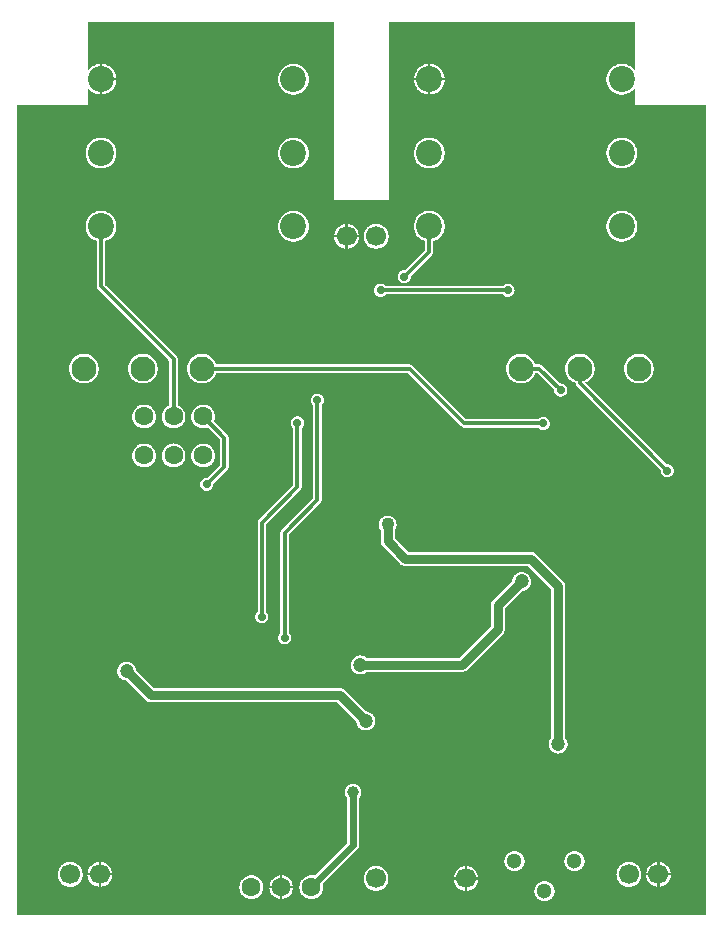
<source format=gbl>
%FSLAX46Y46*%
%MOMM*%
%ADD10C,0.300000*%
%ADD12C,0.600000*%
%ADD11C,0.800000*%
%AMPS15*
1,1,2.100000,0.000000,0.000000*
%
%ADD15PS15*%
%AMPS17*
1,1,1.600000,0.000000,0.000000*
%
%ADD17PS17*%
%AMPS19*
1,1,1.300000,0.000000,0.000000*
%
%ADD19PS19*%
%AMPS14*
1,1,2.200000,0.000000,0.000000*
%
%ADD14PS14*%
%AMPS13*
1,1,1.700000,0.000000,0.000000*
%
%ADD13PS13*%
%AMPS16*
1,1,1.700000,0.000000,0.000000*
%
%ADD16PS16*%
%AMPS18*
1,1,1.700000,0.000000,0.000000*
%
%ADD18PS18*%
%AMPS22*
1,1,1.200000,0.000000,0.000000*
%
%ADD22PS22*%
%AMPS23*
1,1,1.000000,0.000000,0.000000*
%
%ADD23PS23*%
%AMPS24*
1,1,1.100000,0.000000,0.000000*
%
%ADD24PS24*%
%AMPS21*
1,1,0.700000,0.000000,0.000000*
%
%ADD21PS21*%
%AMPS20*
1,1,0.700000,0.000000,0.000000*
%
%ADD20PS20*%
G01*
%LPD*%
G36*
X58640000Y360000D02*
X58640000Y68940000D01*
X52640000Y68940000D01*
X52640000Y70266049D01*
X52575989Y70290740D01*
X52472949Y70177051D01*
X52378034Y70091027D01*
X52275155Y70014726D01*
X52165298Y69948880D01*
X52049490Y69894108D01*
X51928897Y69850958D01*
X51804639Y69819833D01*
X51677936Y69801038D01*
X51550000Y69794753D01*
X51422064Y69801038D01*
X51295361Y69819833D01*
X51171103Y69850958D01*
X51050510Y69894108D01*
X50934702Y69948880D01*
X50824845Y70014726D01*
X50721966Y70091027D01*
X50627051Y70177051D01*
X50541027Y70271966D01*
X50464726Y70374845D01*
X50398880Y70484702D01*
X50344108Y70600510D01*
X50300958Y70721103D01*
X50269833Y70845361D01*
X50251038Y70972064D01*
X50244753Y71100000D01*
X50251038Y71227936D01*
X50269833Y71354639D01*
X50300958Y71478897D01*
X50344108Y71599490D01*
X50398880Y71715298D01*
X50464726Y71825155D01*
X50541027Y71928034D01*
X50627051Y72022949D01*
X50721966Y72108973D01*
X50824845Y72185274D01*
X50934702Y72251120D01*
X51050510Y72305892D01*
X51171103Y72349042D01*
X51295361Y72380167D01*
X51422064Y72398962D01*
X51550000Y72405247D01*
X51677936Y72398962D01*
X51804639Y72380167D01*
X51928897Y72349042D01*
X52049490Y72305892D01*
X52165298Y72251120D01*
X52275155Y72185274D01*
X52378034Y72108973D01*
X52472949Y72022949D01*
X52575989Y71909260D01*
X52640000Y71933951D01*
X52640000Y75940000D01*
X31860000Y75940000D01*
X31860000Y60840000D01*
X27140000Y60840000D01*
X27140000Y75940000D01*
X6360000Y75940000D01*
X6360000Y71926507D01*
X6424010Y71901816D01*
X6530596Y72019414D01*
X6625135Y72105099D01*
X6727626Y72181112D01*
X6837062Y72246705D01*
X6952426Y72301268D01*
X7072556Y72344252D01*
X7196338Y72375257D01*
X7322554Y72393980D01*
X7350000Y72395328D01*
X7350000Y69804672D01*
X7322554Y69806020D01*
X7196338Y69824743D01*
X7072556Y69855748D01*
X6952426Y69898732D01*
X6837062Y69953295D01*
X6727626Y70018888D01*
X6625135Y70094901D01*
X6530596Y70180586D01*
X6424010Y70298184D01*
X6360000Y70273493D01*
X6360000Y68940000D01*
X360000Y68940000D01*
X360000Y360000D01*
X58640000Y360000D01*
D02*
G37*
%LPC*%
G36*
X23750000Y69794753D02*
X23622064Y69801038D01*
X23495361Y69819833D01*
X23371103Y69850958D01*
X23250510Y69894108D01*
X23134702Y69948880D01*
X23024845Y70014726D01*
X22921966Y70091027D01*
X22827051Y70177051D01*
X22741027Y70271966D01*
X22664726Y70374845D01*
X22598880Y70484702D01*
X22544108Y70600510D01*
X22500958Y70721103D01*
X22469833Y70845361D01*
X22451038Y70972064D01*
X22444753Y71100000D01*
X22451038Y71227936D01*
X22469833Y71354639D01*
X22500958Y71478897D01*
X22544108Y71599490D01*
X22598880Y71715298D01*
X22664726Y71825155D01*
X22741027Y71928034D01*
X22827051Y72022949D01*
X22921966Y72108973D01*
X23024845Y72185274D01*
X23134702Y72251120D01*
X23250510Y72305892D01*
X23371103Y72349042D01*
X23495361Y72380167D01*
X23622064Y72398962D01*
X23750000Y72405247D01*
X23877936Y72398962D01*
X24004639Y72380167D01*
X24128897Y72349042D01*
X24249490Y72305892D01*
X24365298Y72251120D01*
X24475155Y72185274D01*
X24578034Y72108973D01*
X24672949Y72022949D01*
X24758973Y71928034D01*
X24835274Y71825155D01*
X24901120Y71715298D01*
X24955892Y71599490D01*
X24999042Y71478897D01*
X25030167Y71354639D01*
X25048962Y71227936D01*
X25055247Y71100000D01*
X25048962Y70972064D01*
X25030167Y70845361D01*
X24999042Y70721103D01*
X24955892Y70600510D01*
X24901120Y70484702D01*
X24835274Y70374845D01*
X24758973Y70271966D01*
X24672949Y70177051D01*
X24578034Y70091027D01*
X24475155Y70014726D01*
X24365298Y69948880D01*
X24249490Y69894108D01*
X24128897Y69850958D01*
X24004639Y69819833D01*
X23877936Y69801038D01*
X23750000Y69794753D01*
D02*
G37*
%LPC*%
G36*
X8745328Y71200000D02*
X7550000Y71200000D01*
X7550000Y72395328D01*
X7577446Y72393980D01*
X7703662Y72375257D01*
X7827444Y72344252D01*
X7947574Y72301268D01*
X8062938Y72246705D01*
X8172374Y72181112D01*
X8274865Y72105099D01*
X8369409Y72019409D01*
X8455099Y71924865D01*
X8531112Y71822374D01*
X8596705Y71712938D01*
X8651268Y71597574D01*
X8694252Y71477444D01*
X8725257Y71353662D01*
X8743980Y71227446D01*
X8745328Y71200000D01*
D02*
G37*
%LPC*%
G36*
X35150000Y71200000D02*
X33954672Y71200000D01*
X33956020Y71227446D01*
X33974743Y71353662D01*
X34005748Y71477444D01*
X34048732Y71597574D01*
X34103295Y71712938D01*
X34168888Y71822374D01*
X34244901Y71924865D01*
X34330591Y72019409D01*
X34425135Y72105099D01*
X34527626Y72181112D01*
X34637062Y72246705D01*
X34752426Y72301268D01*
X34872556Y72344252D01*
X34996338Y72375257D01*
X35122554Y72393980D01*
X35150000Y72395328D01*
X35150000Y71200000D01*
D02*
G37*
%LPC*%
G36*
X36545328Y71200000D02*
X35350000Y71200000D01*
X35350000Y72395328D01*
X35377446Y72393980D01*
X35503662Y72375257D01*
X35627444Y72344252D01*
X35747574Y72301268D01*
X35862938Y72246705D01*
X35972374Y72181112D01*
X36074865Y72105099D01*
X36169409Y72019409D01*
X36255099Y71924865D01*
X36331112Y71822374D01*
X36396705Y71712938D01*
X36451268Y71597574D01*
X36494252Y71477444D01*
X36525257Y71353662D01*
X36543980Y71227446D01*
X36545328Y71200000D01*
D02*
G37*
%LPC*%
G36*
X35350000Y69804672D02*
X35350000Y71000000D01*
X36545328Y71000000D01*
X36543980Y70972554D01*
X36525257Y70846338D01*
X36494252Y70722556D01*
X36451268Y70602426D01*
X36396705Y70487062D01*
X36331112Y70377626D01*
X36255099Y70275135D01*
X36169409Y70180591D01*
X36074865Y70094901D01*
X35972374Y70018888D01*
X35862938Y69953295D01*
X35747574Y69898732D01*
X35627444Y69855748D01*
X35503662Y69824743D01*
X35377446Y69806020D01*
X35350000Y69804672D01*
D02*
G37*
%LPC*%
G36*
X35150000Y69804672D02*
X35122554Y69806020D01*
X34996338Y69824743D01*
X34872556Y69855748D01*
X34752426Y69898732D01*
X34637062Y69953295D01*
X34527626Y70018888D01*
X34425135Y70094901D01*
X34330591Y70180591D01*
X34244901Y70275135D01*
X34168888Y70377626D01*
X34103295Y70487062D01*
X34048732Y70602426D01*
X34005748Y70722556D01*
X33974743Y70846338D01*
X33956020Y70972554D01*
X33954672Y71000000D01*
X35150000Y71000000D01*
X35150000Y69804672D01*
D02*
G37*
%LPC*%
G36*
X7550000Y69804672D02*
X7550000Y71000000D01*
X8745328Y71000000D01*
X8743980Y70972554D01*
X8725257Y70846338D01*
X8694252Y70722556D01*
X8651268Y70602426D01*
X8596705Y70487062D01*
X8531112Y70377626D01*
X8455099Y70275135D01*
X8369409Y70180591D01*
X8274865Y70094901D01*
X8172374Y70018888D01*
X8062938Y69953295D01*
X7947574Y69898732D01*
X7827444Y69855748D01*
X7703662Y69824743D01*
X7577446Y69806020D01*
X7550000Y69804672D01*
D02*
G37*
%LPC*%
G36*
X7450000Y63544753D02*
X7322064Y63551038D01*
X7195361Y63569833D01*
X7071103Y63600958D01*
X6950510Y63644108D01*
X6834702Y63698880D01*
X6724845Y63764726D01*
X6621966Y63841027D01*
X6527051Y63927051D01*
X6441027Y64021966D01*
X6364726Y64124845D01*
X6298880Y64234702D01*
X6244108Y64350510D01*
X6200958Y64471103D01*
X6169833Y64595361D01*
X6151038Y64722064D01*
X6144753Y64850000D01*
X6151038Y64977936D01*
X6169833Y65104639D01*
X6200958Y65228897D01*
X6244108Y65349490D01*
X6298880Y65465298D01*
X6364726Y65575155D01*
X6441027Y65678034D01*
X6527051Y65772949D01*
X6621966Y65858973D01*
X6724845Y65935274D01*
X6834702Y66001120D01*
X6950510Y66055892D01*
X7071103Y66099042D01*
X7195361Y66130167D01*
X7322064Y66148962D01*
X7450000Y66155247D01*
X7577936Y66148962D01*
X7704639Y66130167D01*
X7828897Y66099042D01*
X7949490Y66055892D01*
X8065298Y66001120D01*
X8175155Y65935274D01*
X8278034Y65858973D01*
X8372949Y65772949D01*
X8458973Y65678034D01*
X8535274Y65575155D01*
X8601120Y65465298D01*
X8655892Y65349490D01*
X8699042Y65228897D01*
X8730167Y65104639D01*
X8748962Y64977936D01*
X8755247Y64850000D01*
X8748962Y64722064D01*
X8730167Y64595361D01*
X8699042Y64471103D01*
X8655892Y64350510D01*
X8601120Y64234702D01*
X8535274Y64124845D01*
X8458973Y64021966D01*
X8372949Y63927051D01*
X8278034Y63841027D01*
X8175155Y63764726D01*
X8065298Y63698880D01*
X7949490Y63644108D01*
X7828897Y63600958D01*
X7704639Y63569833D01*
X7577936Y63551038D01*
X7450000Y63544753D01*
D02*
G37*
%LPC*%
G36*
X23750000Y63544753D02*
X23622064Y63551038D01*
X23495361Y63569833D01*
X23371103Y63600958D01*
X23250510Y63644108D01*
X23134702Y63698880D01*
X23024845Y63764726D01*
X22921966Y63841027D01*
X22827051Y63927051D01*
X22741027Y64021966D01*
X22664726Y64124845D01*
X22598880Y64234702D01*
X22544108Y64350510D01*
X22500958Y64471103D01*
X22469833Y64595361D01*
X22451038Y64722064D01*
X22444753Y64850000D01*
X22451038Y64977936D01*
X22469833Y65104639D01*
X22500958Y65228897D01*
X22544108Y65349490D01*
X22598880Y65465298D01*
X22664726Y65575155D01*
X22741027Y65678034D01*
X22827051Y65772949D01*
X22921966Y65858973D01*
X23024845Y65935274D01*
X23134702Y66001120D01*
X23250510Y66055892D01*
X23371103Y66099042D01*
X23495361Y66130167D01*
X23622064Y66148962D01*
X23750000Y66155247D01*
X23877936Y66148962D01*
X24004639Y66130167D01*
X24128897Y66099042D01*
X24249490Y66055892D01*
X24365298Y66001120D01*
X24475155Y65935274D01*
X24578034Y65858973D01*
X24672949Y65772949D01*
X24758973Y65678034D01*
X24835274Y65575155D01*
X24901120Y65465298D01*
X24955892Y65349490D01*
X24999042Y65228897D01*
X25030167Y65104639D01*
X25048962Y64977936D01*
X25055247Y64850000D01*
X25048962Y64722064D01*
X25030167Y64595361D01*
X24999042Y64471103D01*
X24955892Y64350510D01*
X24901120Y64234702D01*
X24835274Y64124845D01*
X24758973Y64021966D01*
X24672949Y63927051D01*
X24578034Y63841027D01*
X24475155Y63764726D01*
X24365298Y63698880D01*
X24249490Y63644108D01*
X24128897Y63600958D01*
X24004639Y63569833D01*
X23877936Y63551038D01*
X23750000Y63544753D01*
D02*
G37*
%LPC*%
G36*
X35250000Y63544753D02*
X35122064Y63551038D01*
X34995361Y63569833D01*
X34871103Y63600958D01*
X34750510Y63644108D01*
X34634702Y63698880D01*
X34524845Y63764726D01*
X34421966Y63841027D01*
X34327051Y63927051D01*
X34241027Y64021966D01*
X34164726Y64124845D01*
X34098880Y64234702D01*
X34044108Y64350510D01*
X34000958Y64471103D01*
X33969833Y64595361D01*
X33951038Y64722064D01*
X33944753Y64850000D01*
X33951038Y64977936D01*
X33969833Y65104639D01*
X34000958Y65228897D01*
X34044108Y65349490D01*
X34098880Y65465298D01*
X34164726Y65575155D01*
X34241027Y65678034D01*
X34327051Y65772949D01*
X34421966Y65858973D01*
X34524845Y65935274D01*
X34634702Y66001120D01*
X34750510Y66055892D01*
X34871103Y66099042D01*
X34995361Y66130167D01*
X35122064Y66148962D01*
X35250000Y66155247D01*
X35377936Y66148962D01*
X35504639Y66130167D01*
X35628897Y66099042D01*
X35749490Y66055892D01*
X35865298Y66001120D01*
X35975155Y65935274D01*
X36078034Y65858973D01*
X36172949Y65772949D01*
X36258973Y65678034D01*
X36335274Y65575155D01*
X36401120Y65465298D01*
X36455892Y65349490D01*
X36499042Y65228897D01*
X36530167Y65104639D01*
X36548962Y64977936D01*
X36555247Y64850000D01*
X36548962Y64722064D01*
X36530167Y64595361D01*
X36499042Y64471103D01*
X36455892Y64350510D01*
X36401120Y64234702D01*
X36335274Y64124845D01*
X36258973Y64021966D01*
X36172949Y63927051D01*
X36078034Y63841027D01*
X35975155Y63764726D01*
X35865298Y63698880D01*
X35749490Y63644108D01*
X35628897Y63600958D01*
X35504639Y63569833D01*
X35377936Y63551038D01*
X35250000Y63544753D01*
D02*
G37*
%LPC*%
G36*
X51550000Y63544753D02*
X51422064Y63551038D01*
X51295361Y63569833D01*
X51171103Y63600958D01*
X51050510Y63644108D01*
X50934702Y63698880D01*
X50824845Y63764726D01*
X50721966Y63841027D01*
X50627051Y63927051D01*
X50541027Y64021966D01*
X50464726Y64124845D01*
X50398880Y64234702D01*
X50344108Y64350510D01*
X50300958Y64471103D01*
X50269833Y64595361D01*
X50251038Y64722064D01*
X50244753Y64850000D01*
X50251038Y64977936D01*
X50269833Y65104639D01*
X50300958Y65228897D01*
X50344108Y65349490D01*
X50398880Y65465298D01*
X50464726Y65575155D01*
X50541027Y65678034D01*
X50627051Y65772949D01*
X50721966Y65858973D01*
X50824845Y65935274D01*
X50934702Y66001120D01*
X51050510Y66055892D01*
X51171103Y66099042D01*
X51295361Y66130167D01*
X51422064Y66148962D01*
X51550000Y66155247D01*
X51677936Y66148962D01*
X51804639Y66130167D01*
X51928897Y66099042D01*
X52049490Y66055892D01*
X52165298Y66001120D01*
X52275155Y65935274D01*
X52378034Y65858973D01*
X52472949Y65772949D01*
X52558973Y65678034D01*
X52635274Y65575155D01*
X52701120Y65465298D01*
X52755892Y65349490D01*
X52799042Y65228897D01*
X52830167Y65104639D01*
X52848962Y64977936D01*
X52855247Y64850000D01*
X52848962Y64722064D01*
X52830167Y64595361D01*
X52799042Y64471103D01*
X52755892Y64350510D01*
X52701120Y64234702D01*
X52635274Y64124845D01*
X52558973Y64021966D01*
X52472949Y63927051D01*
X52378034Y63841027D01*
X52275155Y63764726D01*
X52165298Y63698880D01*
X52049490Y63644108D01*
X51928897Y63600958D01*
X51804639Y63569833D01*
X51677936Y63551038D01*
X51550000Y63544753D01*
D02*
G37*
%LPC*%
G36*
X13600000Y41544753D02*
X13501467Y41549595D01*
X13403890Y41564068D01*
X13308188Y41588040D01*
X13215316Y41621271D01*
X13126121Y41663456D01*
X13041515Y41714167D01*
X12962284Y41772930D01*
X12889183Y41839183D01*
X12822930Y41912284D01*
X12764167Y41991515D01*
X12713456Y42076121D01*
X12671271Y42165316D01*
X12638040Y42258188D01*
X12614068Y42353890D01*
X12599595Y42451467D01*
X12594753Y42550000D01*
X12599595Y42648533D01*
X12614068Y42746110D01*
X12638040Y42841812D01*
X12671271Y42934684D01*
X12713456Y43023879D01*
X12764167Y43108485D01*
X12822930Y43187716D01*
X12889183Y43260817D01*
X12962284Y43327070D01*
X13041515Y43385833D01*
X13126129Y43436548D01*
X13245000Y43492770D01*
X13245000Y47252955D01*
X7206222Y53291733D01*
X7198370Y53298157D01*
X7154003Y53352222D01*
X7121106Y53413770D01*
X7100847Y53480552D01*
X7095000Y53539927D01*
X7095000Y57392408D01*
X6950510Y57444108D01*
X6834702Y57498880D01*
X6724845Y57564726D01*
X6621966Y57641027D01*
X6527051Y57727051D01*
X6441027Y57821966D01*
X6364726Y57924845D01*
X6298880Y58034702D01*
X6244108Y58150510D01*
X6200958Y58271103D01*
X6169833Y58395361D01*
X6151038Y58522064D01*
X6144753Y58650000D01*
X6151038Y58777936D01*
X6169833Y58904639D01*
X6200958Y59028897D01*
X6244108Y59149490D01*
X6298880Y59265298D01*
X6364726Y59375155D01*
X6441027Y59478034D01*
X6527051Y59572949D01*
X6621966Y59658973D01*
X6724845Y59735274D01*
X6834702Y59801120D01*
X6950510Y59855892D01*
X7071103Y59899042D01*
X7195361Y59930167D01*
X7322064Y59948962D01*
X7450000Y59955247D01*
X7577936Y59948962D01*
X7704639Y59930167D01*
X7828897Y59899042D01*
X7949490Y59855892D01*
X8065298Y59801120D01*
X8175155Y59735274D01*
X8278034Y59658973D01*
X8372949Y59572949D01*
X8458973Y59478034D01*
X8535274Y59375155D01*
X8601120Y59265298D01*
X8655892Y59149490D01*
X8699042Y59028897D01*
X8730167Y58904639D01*
X8748962Y58777936D01*
X8755247Y58650000D01*
X8748962Y58522064D01*
X8730167Y58395361D01*
X8699042Y58271103D01*
X8655892Y58150510D01*
X8601120Y58034702D01*
X8535274Y57924845D01*
X8458973Y57821966D01*
X8372949Y57727051D01*
X8278034Y57641027D01*
X8175155Y57564726D01*
X8065298Y57498880D01*
X7949490Y57444108D01*
X7805000Y57392408D01*
X7805000Y53697045D01*
X13858143Y47643903D01*
X13895996Y47597777D01*
X13928893Y47536229D01*
X13949150Y47469452D01*
X13955000Y47410075D01*
X13955000Y43492770D01*
X14073871Y43436548D01*
X14158485Y43385833D01*
X14237716Y43327070D01*
X14310817Y43260817D01*
X14377070Y43187716D01*
X14435833Y43108485D01*
X14486544Y43023879D01*
X14528729Y42934684D01*
X14561960Y42841812D01*
X14585932Y42746110D01*
X14600405Y42648533D01*
X14605247Y42550000D01*
X14600405Y42451467D01*
X14585932Y42353890D01*
X14561960Y42258188D01*
X14528729Y42165316D01*
X14486544Y42076121D01*
X14435833Y41991515D01*
X14377070Y41912284D01*
X14310817Y41839183D01*
X14237716Y41772930D01*
X14158485Y41714167D01*
X14073879Y41663456D01*
X13984684Y41621271D01*
X13891812Y41588040D01*
X13796110Y41564068D01*
X13698533Y41549595D01*
X13600000Y41544753D01*
D02*
G37*
%LPC*%
G36*
X23750000Y57344753D02*
X23622064Y57351038D01*
X23495361Y57369833D01*
X23371103Y57400958D01*
X23250510Y57444108D01*
X23134702Y57498880D01*
X23024845Y57564726D01*
X22921966Y57641027D01*
X22827051Y57727051D01*
X22741027Y57821966D01*
X22664726Y57924845D01*
X22598880Y58034702D01*
X22544108Y58150510D01*
X22500958Y58271103D01*
X22469833Y58395361D01*
X22451038Y58522064D01*
X22444753Y58650000D01*
X22451038Y58777936D01*
X22469833Y58904639D01*
X22500958Y59028897D01*
X22544108Y59149490D01*
X22598880Y59265298D01*
X22664726Y59375155D01*
X22741027Y59478034D01*
X22827051Y59572949D01*
X22921966Y59658973D01*
X23024845Y59735274D01*
X23134702Y59801120D01*
X23250510Y59855892D01*
X23371103Y59899042D01*
X23495361Y59930167D01*
X23622064Y59948962D01*
X23750000Y59955247D01*
X23877936Y59948962D01*
X24004639Y59930167D01*
X24128897Y59899042D01*
X24249490Y59855892D01*
X24365298Y59801120D01*
X24475155Y59735274D01*
X24578034Y59658973D01*
X24672949Y59572949D01*
X24758973Y59478034D01*
X24835274Y59375155D01*
X24901120Y59265298D01*
X24955892Y59149490D01*
X24999042Y59028897D01*
X25030167Y58904639D01*
X25048962Y58777936D01*
X25055247Y58650000D01*
X25048962Y58522064D01*
X25030167Y58395361D01*
X24999042Y58271103D01*
X24955892Y58150510D01*
X24901120Y58034702D01*
X24835274Y57924845D01*
X24758973Y57821966D01*
X24672949Y57727051D01*
X24578034Y57641027D01*
X24475155Y57564726D01*
X24365298Y57498880D01*
X24249490Y57444108D01*
X24128897Y57400958D01*
X24004639Y57369833D01*
X23877936Y57351038D01*
X23750000Y57344753D01*
D02*
G37*
%LPC*%
G36*
X33140000Y53834753D02*
X33085574Y53837427D01*
X33031679Y53845423D01*
X32978820Y53858662D01*
X32927521Y53877018D01*
X32878251Y53900320D01*
X32831522Y53928328D01*
X32787761Y53960784D01*
X32747381Y53997381D01*
X32710784Y54037761D01*
X32678328Y54081522D01*
X32650320Y54128251D01*
X32627018Y54177521D01*
X32608662Y54228820D01*
X32595423Y54281679D01*
X32587427Y54335574D01*
X32584753Y54390000D01*
X32587427Y54444426D01*
X32595423Y54498321D01*
X32608662Y54551180D01*
X32627018Y54602479D01*
X32650320Y54651749D01*
X32678328Y54698478D01*
X32710784Y54742239D01*
X32747381Y54782619D01*
X32787761Y54819216D01*
X32831522Y54851672D01*
X32878251Y54879680D01*
X32927521Y54902982D01*
X32978820Y54921338D01*
X33031679Y54934577D01*
X33085574Y54942573D01*
X33139999Y54945247D01*
X33190710Y54942755D01*
X34865000Y56617045D01*
X34865000Y57403142D01*
X34750510Y57444108D01*
X34634702Y57498880D01*
X34524845Y57564726D01*
X34421966Y57641027D01*
X34327051Y57727051D01*
X34241027Y57821966D01*
X34164726Y57924845D01*
X34098880Y58034702D01*
X34044108Y58150510D01*
X34000958Y58271103D01*
X33969833Y58395361D01*
X33951038Y58522064D01*
X33944753Y58650000D01*
X33951038Y58777936D01*
X33969833Y58904639D01*
X34000958Y59028897D01*
X34044108Y59149490D01*
X34098880Y59265298D01*
X34164726Y59375155D01*
X34241027Y59478034D01*
X34327051Y59572949D01*
X34421966Y59658973D01*
X34524845Y59735274D01*
X34634702Y59801120D01*
X34750510Y59855892D01*
X34871103Y59899042D01*
X34995361Y59930167D01*
X35122064Y59948962D01*
X35250000Y59955247D01*
X35377936Y59948962D01*
X35504639Y59930167D01*
X35628897Y59899042D01*
X35749490Y59855892D01*
X35865298Y59801120D01*
X35975155Y59735274D01*
X36078034Y59658973D01*
X36172949Y59572949D01*
X36258973Y59478034D01*
X36335274Y59375155D01*
X36401120Y59265298D01*
X36455892Y59149490D01*
X36499042Y59028897D01*
X36530167Y58904639D01*
X36548962Y58777936D01*
X36555247Y58650000D01*
X36548962Y58522064D01*
X36530167Y58395361D01*
X36499042Y58271103D01*
X36455892Y58150510D01*
X36401120Y58034702D01*
X36335274Y57924845D01*
X36258973Y57821966D01*
X36172949Y57727051D01*
X36078034Y57641027D01*
X35975155Y57564726D01*
X35865298Y57498880D01*
X35749490Y57444108D01*
X35628895Y57400957D01*
X35575000Y57387458D01*
X35575000Y56459925D01*
X35569150Y56400547D01*
X35548893Y56333771D01*
X35515996Y56272222D01*
X35472220Y56218879D01*
X35464441Y56212396D01*
X33692755Y54440710D01*
X33695247Y54389999D01*
X33692573Y54335574D01*
X33684577Y54281679D01*
X33671338Y54228820D01*
X33652982Y54177521D01*
X33629680Y54128251D01*
X33601672Y54081522D01*
X33569216Y54037761D01*
X33532619Y53997381D01*
X33492239Y53960784D01*
X33448478Y53928328D01*
X33401749Y53900320D01*
X33352479Y53877018D01*
X33301180Y53858662D01*
X33248321Y53845423D01*
X33194426Y53837427D01*
X33140000Y53834753D01*
D02*
G37*
%LPC*%
G36*
X51550000Y57344753D02*
X51422064Y57351038D01*
X51295361Y57369833D01*
X51171103Y57400958D01*
X51050510Y57444108D01*
X50934702Y57498880D01*
X50824845Y57564726D01*
X50721966Y57641027D01*
X50627051Y57727051D01*
X50541027Y57821966D01*
X50464726Y57924845D01*
X50398880Y58034702D01*
X50344108Y58150510D01*
X50300958Y58271103D01*
X50269833Y58395361D01*
X50251038Y58522064D01*
X50244753Y58650000D01*
X50251038Y58777936D01*
X50269833Y58904639D01*
X50300958Y59028897D01*
X50344108Y59149490D01*
X50398880Y59265298D01*
X50464726Y59375155D01*
X50541027Y59478034D01*
X50627051Y59572949D01*
X50721966Y59658973D01*
X50824845Y59735274D01*
X50934702Y59801120D01*
X51050510Y59855892D01*
X51171103Y59899042D01*
X51295361Y59930167D01*
X51422064Y59948962D01*
X51550000Y59955247D01*
X51677936Y59948962D01*
X51804639Y59930167D01*
X51928897Y59899042D01*
X52049490Y59855892D01*
X52165298Y59801120D01*
X52275155Y59735274D01*
X52378034Y59658973D01*
X52472949Y59572949D01*
X52558973Y59478034D01*
X52635274Y59375155D01*
X52701120Y59265298D01*
X52755892Y59149490D01*
X52799042Y59028897D01*
X52830167Y58904639D01*
X52848962Y58777936D01*
X52855247Y58650000D01*
X52848962Y58522064D01*
X52830167Y58395361D01*
X52799042Y58271103D01*
X52755892Y58150510D01*
X52701120Y58034702D01*
X52635274Y57924845D01*
X52558973Y57821966D01*
X52472949Y57727051D01*
X52378034Y57641027D01*
X52275155Y57564726D01*
X52165298Y57498880D01*
X52049490Y57444108D01*
X51928897Y57400958D01*
X51804639Y57369833D01*
X51677936Y57351038D01*
X51550000Y57344753D01*
D02*
G37*
%LPC*%
G36*
X30750000Y56744753D02*
X30646568Y56749834D01*
X30544133Y56765029D01*
X30443671Y56790194D01*
X30346181Y56825077D01*
X30252559Y56869355D01*
X30163733Y56922596D01*
X30080563Y56984280D01*
X30003828Y57053828D01*
X29934280Y57130563D01*
X29872596Y57213733D01*
X29819355Y57302559D01*
X29775077Y57396181D01*
X29740194Y57493671D01*
X29715029Y57594133D01*
X29699834Y57696568D01*
X29694753Y57800000D01*
X29699834Y57903432D01*
X29715029Y58005867D01*
X29740194Y58106329D01*
X29775077Y58203819D01*
X29819355Y58297441D01*
X29872596Y58386267D01*
X29934280Y58469437D01*
X30003828Y58546172D01*
X30080563Y58615720D01*
X30163733Y58677404D01*
X30252559Y58730645D01*
X30346181Y58774923D01*
X30443671Y58809806D01*
X30544133Y58834971D01*
X30646568Y58850166D01*
X30750000Y58855247D01*
X30853432Y58850166D01*
X30955867Y58834971D01*
X31056329Y58809806D01*
X31153819Y58774923D01*
X31247441Y58730645D01*
X31336267Y58677404D01*
X31419437Y58615720D01*
X31496172Y58546172D01*
X31565720Y58469437D01*
X31627404Y58386267D01*
X31680645Y58297441D01*
X31724923Y58203819D01*
X31759806Y58106329D01*
X31784971Y58005867D01*
X31800166Y57903432D01*
X31805247Y57800000D01*
X31800166Y57696568D01*
X31784971Y57594133D01*
X31759806Y57493671D01*
X31724923Y57396181D01*
X31680645Y57302559D01*
X31627404Y57213733D01*
X31565720Y57130563D01*
X31496172Y57053828D01*
X31419437Y56984280D01*
X31336267Y56922596D01*
X31247441Y56869355D01*
X31153819Y56825077D01*
X31056329Y56790194D01*
X30955867Y56765029D01*
X30853432Y56749834D01*
X30750000Y56744753D01*
D02*
G37*
%LPC*%
G36*
X28150000Y57900000D02*
X27204672Y57900000D01*
X27204816Y57902942D01*
X27219939Y58004890D01*
X27244983Y58104873D01*
X27279703Y58201907D01*
X27323772Y58295085D01*
X27376755Y58383482D01*
X27438150Y58466261D01*
X27507368Y58542632D01*
X27583739Y58611850D01*
X27666518Y58673245D01*
X27754915Y58726228D01*
X27848093Y58770297D01*
X27945127Y58805017D01*
X28045110Y58830061D01*
X28147058Y58845184D01*
X28150000Y58845328D01*
X28150000Y57900000D01*
D02*
G37*
%LPC*%
G36*
X29295328Y57900000D02*
X28350000Y57900000D01*
X28350000Y58845328D01*
X28352942Y58845184D01*
X28454890Y58830061D01*
X28554873Y58805017D01*
X28651907Y58770297D01*
X28745085Y58726228D01*
X28833482Y58673245D01*
X28916261Y58611850D01*
X28992632Y58542632D01*
X29061850Y58466261D01*
X29123245Y58383482D01*
X29176228Y58295085D01*
X29220297Y58201907D01*
X29255017Y58104873D01*
X29280061Y58004890D01*
X29295184Y57902942D01*
X29295328Y57900000D01*
D02*
G37*
%LPC*%
G36*
X28350000Y56754672D02*
X28350000Y57700000D01*
X29295328Y57700000D01*
X29295184Y57697058D01*
X29280061Y57595110D01*
X29255017Y57495127D01*
X29220297Y57398093D01*
X29176228Y57304915D01*
X29123245Y57216518D01*
X29061850Y57133739D01*
X28992632Y57057368D01*
X28916261Y56988150D01*
X28833482Y56926755D01*
X28745085Y56873772D01*
X28651907Y56829703D01*
X28554873Y56794983D01*
X28454890Y56769939D01*
X28352942Y56754816D01*
X28350000Y56754672D01*
D02*
G37*
%LPC*%
G36*
X28150000Y56754672D02*
X28147058Y56754816D01*
X28045110Y56769939D01*
X27945127Y56794983D01*
X27848093Y56829703D01*
X27754915Y56873772D01*
X27666518Y56926755D01*
X27583739Y56988150D01*
X27507368Y57057368D01*
X27438150Y57133739D01*
X27376755Y57216518D01*
X27323772Y57304915D01*
X27279703Y57398093D01*
X27244983Y57495127D01*
X27219939Y57595110D01*
X27204816Y57697058D01*
X27204672Y57700000D01*
X28150000Y57700000D01*
X28150000Y56754672D01*
D02*
G37*
%LPC*%
G36*
X41910000Y52674753D02*
X41855574Y52677427D01*
X41801679Y52685423D01*
X41748820Y52698662D01*
X41697521Y52717018D01*
X41648251Y52740320D01*
X41601522Y52768328D01*
X41557761Y52800784D01*
X41517381Y52837381D01*
X41483286Y52875000D01*
X31546714Y52875000D01*
X31512619Y52837381D01*
X31472239Y52800784D01*
X31428478Y52768328D01*
X31381749Y52740320D01*
X31332479Y52717018D01*
X31281180Y52698662D01*
X31228321Y52685423D01*
X31174426Y52677427D01*
X31120000Y52674753D01*
X31065574Y52677427D01*
X31011679Y52685423D01*
X30958820Y52698662D01*
X30907521Y52717018D01*
X30858251Y52740320D01*
X30811522Y52768328D01*
X30767761Y52800784D01*
X30727381Y52837381D01*
X30690784Y52877761D01*
X30658328Y52921522D01*
X30630320Y52968251D01*
X30607018Y53017521D01*
X30588662Y53068820D01*
X30575423Y53121679D01*
X30567427Y53175574D01*
X30564753Y53230000D01*
X30567427Y53284426D01*
X30575423Y53338321D01*
X30588662Y53391180D01*
X30607018Y53442479D01*
X30630320Y53491749D01*
X30658328Y53538478D01*
X30690784Y53582239D01*
X30727381Y53622619D01*
X30767761Y53659216D01*
X30811522Y53691672D01*
X30858251Y53719680D01*
X30907521Y53742982D01*
X30958820Y53761338D01*
X31011679Y53774577D01*
X31065574Y53782573D01*
X31120000Y53785247D01*
X31174426Y53782573D01*
X31228321Y53774577D01*
X31281180Y53761338D01*
X31332479Y53742982D01*
X31381749Y53719680D01*
X31428478Y53691672D01*
X31472239Y53659216D01*
X31512619Y53622619D01*
X31546714Y53585000D01*
X41483286Y53585000D01*
X41517381Y53622619D01*
X41557761Y53659216D01*
X41601522Y53691672D01*
X41648251Y53719680D01*
X41697521Y53742982D01*
X41748820Y53761338D01*
X41801679Y53774577D01*
X41855574Y53782573D01*
X41910000Y53785247D01*
X41964426Y53782573D01*
X42018321Y53774577D01*
X42071180Y53761338D01*
X42122479Y53742982D01*
X42171749Y53719680D01*
X42218478Y53691672D01*
X42262239Y53659216D01*
X42302619Y53622619D01*
X42339216Y53582239D01*
X42371672Y53538478D01*
X42399680Y53491749D01*
X42422982Y53442479D01*
X42441338Y53391180D01*
X42454577Y53338321D01*
X42462573Y53284426D01*
X42465247Y53230000D01*
X42462573Y53175574D01*
X42454577Y53121679D01*
X42441338Y53068820D01*
X42422982Y53017521D01*
X42399680Y52968251D01*
X42371672Y52921522D01*
X42339216Y52877761D01*
X42302619Y52837381D01*
X42262239Y52800784D01*
X42218478Y52768328D01*
X42171749Y52740320D01*
X42122479Y52717018D01*
X42071180Y52698662D01*
X42018321Y52685423D01*
X41964426Y52677427D01*
X41910000Y52674753D01*
D02*
G37*
%LPC*%
G36*
X6000000Y45344753D02*
X5876963Y45350799D01*
X5755118Y45368872D01*
X5635618Y45398805D01*
X5519644Y45440302D01*
X5408272Y45492976D01*
X5302623Y45556299D01*
X5203686Y45629677D01*
X5112406Y45712406D01*
X5029677Y45803686D01*
X4956299Y45902623D01*
X4892976Y46008272D01*
X4840302Y46119644D01*
X4798805Y46235618D01*
X4768872Y46355118D01*
X4750799Y46476963D01*
X4744753Y46600000D01*
X4750799Y46723037D01*
X4768872Y46844882D01*
X4798805Y46964382D01*
X4840302Y47080356D01*
X4892976Y47191728D01*
X4956299Y47297377D01*
X5029677Y47396314D01*
X5112406Y47487594D01*
X5203686Y47570323D01*
X5302623Y47643701D01*
X5408272Y47707024D01*
X5519644Y47759698D01*
X5635618Y47801195D01*
X5755118Y47831128D01*
X5876963Y47849201D01*
X6000000Y47855247D01*
X6123037Y47849201D01*
X6244882Y47831128D01*
X6364382Y47801195D01*
X6480356Y47759698D01*
X6591728Y47707024D01*
X6697377Y47643701D01*
X6796314Y47570323D01*
X6887594Y47487594D01*
X6970323Y47396314D01*
X7043701Y47297377D01*
X7107024Y47191728D01*
X7159698Y47080356D01*
X7201195Y46964382D01*
X7231128Y46844882D01*
X7249201Y46723037D01*
X7255247Y46600000D01*
X7249201Y46476963D01*
X7231128Y46355118D01*
X7201195Y46235618D01*
X7159698Y46119644D01*
X7107024Y46008272D01*
X7043701Y45902623D01*
X6970323Y45803686D01*
X6887594Y45712406D01*
X6796314Y45629677D01*
X6697377Y45556299D01*
X6591728Y45492976D01*
X6480356Y45440302D01*
X6364382Y45398805D01*
X6244882Y45368872D01*
X6123037Y45350799D01*
X6000000Y45344753D01*
D02*
G37*
%LPC*%
G36*
X11000000Y45344753D02*
X10876963Y45350799D01*
X10755118Y45368872D01*
X10635618Y45398805D01*
X10519644Y45440302D01*
X10408272Y45492976D01*
X10302623Y45556299D01*
X10203686Y45629677D01*
X10112406Y45712406D01*
X10029677Y45803686D01*
X9956299Y45902623D01*
X9892976Y46008272D01*
X9840302Y46119644D01*
X9798805Y46235618D01*
X9768872Y46355118D01*
X9750799Y46476963D01*
X9744753Y46600000D01*
X9750799Y46723037D01*
X9768872Y46844882D01*
X9798805Y46964382D01*
X9840302Y47080356D01*
X9892976Y47191728D01*
X9956299Y47297377D01*
X10029677Y47396314D01*
X10112406Y47487594D01*
X10203686Y47570323D01*
X10302623Y47643701D01*
X10408272Y47707024D01*
X10519644Y47759698D01*
X10635618Y47801195D01*
X10755118Y47831128D01*
X10876963Y47849201D01*
X11000000Y47855247D01*
X11123037Y47849201D01*
X11244882Y47831128D01*
X11364382Y47801195D01*
X11480356Y47759698D01*
X11591728Y47707024D01*
X11697377Y47643701D01*
X11796314Y47570323D01*
X11887594Y47487594D01*
X11970323Y47396314D01*
X12043701Y47297377D01*
X12107024Y47191728D01*
X12159698Y47080356D01*
X12201195Y46964382D01*
X12231128Y46844882D01*
X12249201Y46723037D01*
X12255247Y46600000D01*
X12249201Y46476963D01*
X12231128Y46355118D01*
X12201195Y46235618D01*
X12159698Y46119644D01*
X12107024Y46008272D01*
X12043701Y45902623D01*
X11970323Y45803686D01*
X11887594Y45712406D01*
X11796314Y45629677D01*
X11697377Y45556299D01*
X11591728Y45492976D01*
X11480356Y45440302D01*
X11364382Y45398805D01*
X11244882Y45368872D01*
X11123037Y45350799D01*
X11000000Y45344753D01*
D02*
G37*
%LPC*%
G36*
X44900000Y41394753D02*
X44845574Y41397427D01*
X44791679Y41405423D01*
X44738820Y41418662D01*
X44687521Y41437018D01*
X44638251Y41460320D01*
X44591522Y41488328D01*
X44547761Y41520784D01*
X44507381Y41557381D01*
X44473286Y41595000D01*
X38219927Y41595000D01*
X38160552Y41600847D01*
X38093770Y41621106D01*
X38032222Y41654003D01*
X37978157Y41698370D01*
X37971733Y41706222D01*
X33432955Y46245000D01*
X17204552Y46245000D01*
X17159698Y46119644D01*
X17107024Y46008272D01*
X17043701Y45902623D01*
X16970323Y45803686D01*
X16887594Y45712406D01*
X16796314Y45629677D01*
X16697377Y45556299D01*
X16591728Y45492976D01*
X16480356Y45440302D01*
X16364382Y45398805D01*
X16244882Y45368872D01*
X16123037Y45350799D01*
X16000000Y45344753D01*
X15876963Y45350799D01*
X15755118Y45368872D01*
X15635618Y45398805D01*
X15519644Y45440302D01*
X15408272Y45492976D01*
X15302623Y45556299D01*
X15203686Y45629677D01*
X15112406Y45712406D01*
X15029677Y45803686D01*
X14956299Y45902623D01*
X14892976Y46008272D01*
X14840302Y46119644D01*
X14798805Y46235618D01*
X14768872Y46355118D01*
X14750799Y46476963D01*
X14744753Y46600000D01*
X14750799Y46723037D01*
X14768872Y46844882D01*
X14798805Y46964382D01*
X14840302Y47080356D01*
X14892976Y47191728D01*
X14956299Y47297377D01*
X15029677Y47396314D01*
X15112406Y47487594D01*
X15203686Y47570323D01*
X15302623Y47643701D01*
X15408272Y47707024D01*
X15519644Y47759698D01*
X15635618Y47801195D01*
X15755118Y47831128D01*
X15876963Y47849201D01*
X16000000Y47855247D01*
X16123037Y47849201D01*
X16244882Y47831128D01*
X16364382Y47801195D01*
X16480356Y47759698D01*
X16591728Y47707024D01*
X16697377Y47643701D01*
X16796314Y47570323D01*
X16887594Y47487594D01*
X16970323Y47396314D01*
X17043701Y47297377D01*
X17107024Y47191728D01*
X17159698Y47080356D01*
X17204552Y46955000D01*
X33590075Y46955000D01*
X33649452Y46949150D01*
X33716229Y46928893D01*
X33777777Y46895996D01*
X33823903Y46858143D01*
X38377045Y42305000D01*
X44473286Y42305000D01*
X44507381Y42342619D01*
X44547761Y42379216D01*
X44591522Y42411672D01*
X44638251Y42439680D01*
X44687521Y42462982D01*
X44738820Y42481338D01*
X44791679Y42494577D01*
X44845574Y42502573D01*
X44900000Y42505247D01*
X44954426Y42502573D01*
X45008321Y42494577D01*
X45061180Y42481338D01*
X45112479Y42462982D01*
X45161749Y42439680D01*
X45208478Y42411672D01*
X45252239Y42379216D01*
X45292619Y42342619D01*
X45329216Y42302239D01*
X45361672Y42258478D01*
X45389680Y42211749D01*
X45412982Y42162479D01*
X45431338Y42111180D01*
X45444577Y42058321D01*
X45452573Y42004426D01*
X45455247Y41950000D01*
X45452573Y41895574D01*
X45444577Y41841679D01*
X45431338Y41788820D01*
X45412982Y41737521D01*
X45389680Y41688251D01*
X45361672Y41641522D01*
X45329216Y41597761D01*
X45292619Y41557381D01*
X45252239Y41520784D01*
X45208478Y41488328D01*
X45161749Y41460320D01*
X45112479Y41437018D01*
X45061180Y41418662D01*
X45008321Y41405423D01*
X44954426Y41397427D01*
X44900000Y41394753D01*
D02*
G37*
%LPC*%
G36*
X46380000Y44224753D02*
X46325574Y44227427D01*
X46271679Y44235423D01*
X46218820Y44248662D01*
X46167521Y44267018D01*
X46118251Y44290320D01*
X46071522Y44318328D01*
X46027761Y44350784D01*
X45987381Y44387381D01*
X45950784Y44427761D01*
X45918328Y44471522D01*
X45890320Y44518251D01*
X45867018Y44567521D01*
X45848662Y44618820D01*
X45835423Y44671679D01*
X45827427Y44725574D01*
X45824753Y44779999D01*
X45827245Y44830710D01*
X44412955Y46245000D01*
X44204552Y46245000D01*
X44159698Y46119644D01*
X44107024Y46008272D01*
X44043701Y45902623D01*
X43970323Y45803686D01*
X43887594Y45712406D01*
X43796314Y45629677D01*
X43697377Y45556299D01*
X43591728Y45492976D01*
X43480356Y45440302D01*
X43364382Y45398805D01*
X43244882Y45368872D01*
X43123037Y45350799D01*
X43000000Y45344753D01*
X42876963Y45350799D01*
X42755118Y45368872D01*
X42635618Y45398805D01*
X42519644Y45440302D01*
X42408272Y45492976D01*
X42302623Y45556299D01*
X42203686Y45629677D01*
X42112406Y45712406D01*
X42029677Y45803686D01*
X41956299Y45902623D01*
X41892976Y46008272D01*
X41840302Y46119644D01*
X41798805Y46235618D01*
X41768872Y46355118D01*
X41750799Y46476963D01*
X41744753Y46600000D01*
X41750799Y46723037D01*
X41768872Y46844882D01*
X41798805Y46964382D01*
X41840302Y47080356D01*
X41892976Y47191728D01*
X41956299Y47297377D01*
X42029677Y47396314D01*
X42112406Y47487594D01*
X42203686Y47570323D01*
X42302623Y47643701D01*
X42408272Y47707024D01*
X42519644Y47759698D01*
X42635618Y47801195D01*
X42755118Y47831128D01*
X42876963Y47849201D01*
X43000000Y47855247D01*
X43123037Y47849201D01*
X43244882Y47831128D01*
X43364382Y47801195D01*
X43480356Y47759698D01*
X43591728Y47707024D01*
X43697377Y47643701D01*
X43796314Y47570323D01*
X43887594Y47487594D01*
X43970323Y47396314D01*
X44043701Y47297377D01*
X44107024Y47191728D01*
X44159698Y47080356D01*
X44204552Y46955000D01*
X44570075Y46955000D01*
X44629452Y46949150D01*
X44696229Y46928893D01*
X44757777Y46895996D01*
X44803903Y46858143D01*
X46329290Y45332755D01*
X46380001Y45335247D01*
X46434426Y45332573D01*
X46488321Y45324577D01*
X46541180Y45311338D01*
X46592479Y45292982D01*
X46641749Y45269680D01*
X46688478Y45241672D01*
X46732239Y45209216D01*
X46772619Y45172619D01*
X46809216Y45132239D01*
X46841672Y45088478D01*
X46869680Y45041749D01*
X46892982Y44992479D01*
X46911338Y44941180D01*
X46924577Y44888321D01*
X46932573Y44834426D01*
X46935247Y44780000D01*
X46932573Y44725574D01*
X46924577Y44671679D01*
X46911338Y44618820D01*
X46892982Y44567521D01*
X46869680Y44518251D01*
X46841672Y44471522D01*
X46809216Y44427761D01*
X46772619Y44387381D01*
X46732239Y44350784D01*
X46688478Y44318328D01*
X46641749Y44290320D01*
X46592479Y44267018D01*
X46541180Y44248662D01*
X46488321Y44235423D01*
X46434426Y44227427D01*
X46380000Y44224753D01*
D02*
G37*
%LPC*%
G36*
X55400000Y37404831D02*
X55345574Y37407505D01*
X55291679Y37415501D01*
X55238820Y37428740D01*
X55187521Y37447096D01*
X55138251Y37470398D01*
X55091522Y37498406D01*
X55047761Y37530862D01*
X55007381Y37567459D01*
X54970784Y37607839D01*
X54938328Y37651600D01*
X54910320Y37698329D01*
X54887018Y37747599D01*
X54868662Y37798898D01*
X54855423Y37851757D01*
X54847427Y37905652D01*
X54844753Y37960077D01*
X54847245Y38010788D01*
X47756222Y45101811D01*
X47748370Y45108235D01*
X47704003Y45162300D01*
X47671106Y45223848D01*
X47650847Y45290630D01*
X47645000Y45350005D01*
X47645000Y45395448D01*
X47519644Y45440302D01*
X47408272Y45492976D01*
X47302623Y45556299D01*
X47203686Y45629677D01*
X47112406Y45712406D01*
X47029677Y45803686D01*
X46956299Y45902623D01*
X46892976Y46008272D01*
X46840302Y46119644D01*
X46798805Y46235618D01*
X46768872Y46355118D01*
X46750799Y46476963D01*
X46744753Y46600000D01*
X46750799Y46723037D01*
X46768872Y46844882D01*
X46798805Y46964382D01*
X46840302Y47080356D01*
X46892976Y47191728D01*
X46956299Y47297377D01*
X47029677Y47396314D01*
X47112406Y47487594D01*
X47203686Y47570323D01*
X47302623Y47643701D01*
X47408272Y47707024D01*
X47519644Y47759698D01*
X47635618Y47801195D01*
X47755118Y47831128D01*
X47876963Y47849201D01*
X48000000Y47855247D01*
X48123037Y47849201D01*
X48244882Y47831128D01*
X48364382Y47801195D01*
X48480356Y47759698D01*
X48591728Y47707024D01*
X48697377Y47643701D01*
X48796314Y47570323D01*
X48887594Y47487594D01*
X48970323Y47396314D01*
X49043701Y47297377D01*
X49107024Y47191728D01*
X49159698Y47080356D01*
X49201195Y46964382D01*
X49231128Y46844882D01*
X49249201Y46723037D01*
X49255247Y46600000D01*
X49249201Y46476963D01*
X49231128Y46355118D01*
X49201195Y46235618D01*
X49159698Y46119644D01*
X49107024Y46008272D01*
X49043701Y45902623D01*
X48970323Y45803686D01*
X48887594Y45712406D01*
X48796314Y45629677D01*
X48697377Y45556299D01*
X48591724Y45492974D01*
X48440616Y45421507D01*
X55349290Y38512833D01*
X55400001Y38515325D01*
X55454426Y38512651D01*
X55508321Y38504655D01*
X55561180Y38491416D01*
X55612479Y38473060D01*
X55661749Y38449758D01*
X55708478Y38421750D01*
X55752239Y38389294D01*
X55792619Y38352697D01*
X55829216Y38312317D01*
X55861672Y38268556D01*
X55889680Y38221827D01*
X55912982Y38172557D01*
X55931338Y38121258D01*
X55944577Y38068399D01*
X55952573Y38014504D01*
X55955247Y37960078D01*
X55952573Y37905652D01*
X55944577Y37851757D01*
X55931338Y37798898D01*
X55912982Y37747599D01*
X55889680Y37698329D01*
X55861672Y37651600D01*
X55829216Y37607839D01*
X55792619Y37567459D01*
X55752239Y37530862D01*
X55708478Y37498406D01*
X55661749Y37470398D01*
X55612479Y37447096D01*
X55561180Y37428740D01*
X55508321Y37415501D01*
X55454426Y37407505D01*
X55400000Y37404831D01*
D02*
G37*
%LPC*%
G36*
X53000000Y45344753D02*
X52876963Y45350799D01*
X52755118Y45368872D01*
X52635618Y45398805D01*
X52519644Y45440302D01*
X52408272Y45492976D01*
X52302623Y45556299D01*
X52203686Y45629677D01*
X52112406Y45712406D01*
X52029677Y45803686D01*
X51956299Y45902623D01*
X51892976Y46008272D01*
X51840302Y46119644D01*
X51798805Y46235618D01*
X51768872Y46355118D01*
X51750799Y46476963D01*
X51744753Y46600000D01*
X51750799Y46723037D01*
X51768872Y46844882D01*
X51798805Y46964382D01*
X51840302Y47080356D01*
X51892976Y47191728D01*
X51956299Y47297377D01*
X52029677Y47396314D01*
X52112406Y47487594D01*
X52203686Y47570323D01*
X52302623Y47643701D01*
X52408272Y47707024D01*
X52519644Y47759698D01*
X52635618Y47801195D01*
X52755118Y47831128D01*
X52876963Y47849201D01*
X53000000Y47855247D01*
X53123037Y47849201D01*
X53244882Y47831128D01*
X53364382Y47801195D01*
X53480356Y47759698D01*
X53591728Y47707024D01*
X53697377Y47643701D01*
X53796314Y47570323D01*
X53887594Y47487594D01*
X53970323Y47396314D01*
X54043701Y47297377D01*
X54107024Y47191728D01*
X54159698Y47080356D01*
X54201195Y46964382D01*
X54231128Y46844882D01*
X54249201Y46723037D01*
X54255247Y46600000D01*
X54249201Y46476963D01*
X54231128Y46355118D01*
X54201195Y46235618D01*
X54159698Y46119644D01*
X54107024Y46008272D01*
X54043701Y45902623D01*
X53970323Y45803686D01*
X53887594Y45712406D01*
X53796314Y45629677D01*
X53697377Y45556299D01*
X53591728Y45492976D01*
X53480356Y45440302D01*
X53364382Y45398805D01*
X53244882Y45368872D01*
X53123037Y45350799D01*
X53000000Y45344753D01*
D02*
G37*
%LPC*%
G36*
X23000000Y23244753D02*
X22945574Y23247427D01*
X22891679Y23255423D01*
X22838820Y23268662D01*
X22787521Y23287018D01*
X22738251Y23310320D01*
X22691522Y23338328D01*
X22647761Y23370784D01*
X22607381Y23407381D01*
X22570784Y23447761D01*
X22538328Y23491522D01*
X22510320Y23538251D01*
X22487018Y23587521D01*
X22468662Y23638820D01*
X22455423Y23691679D01*
X22447427Y23745574D01*
X22444753Y23800000D01*
X22447427Y23854426D01*
X22455423Y23908321D01*
X22468662Y23961180D01*
X22487018Y24012479D01*
X22510320Y24061749D01*
X22538328Y24108478D01*
X22570784Y24152239D01*
X22607381Y24192619D01*
X22645000Y24226714D01*
X22645000Y32710074D01*
X22650847Y32769448D01*
X22671106Y32836229D01*
X22704003Y32897777D01*
X22747779Y32951120D01*
X22755558Y32957603D01*
X25415000Y35617045D01*
X25415000Y43503286D01*
X25377381Y43537381D01*
X25340784Y43577761D01*
X25308328Y43621522D01*
X25280320Y43668251D01*
X25257018Y43717521D01*
X25238662Y43768820D01*
X25225423Y43821679D01*
X25217427Y43875574D01*
X25214753Y43930000D01*
X25217427Y43984426D01*
X25225423Y44038321D01*
X25238662Y44091180D01*
X25257018Y44142479D01*
X25280320Y44191749D01*
X25308328Y44238478D01*
X25340784Y44282239D01*
X25377381Y44322619D01*
X25417761Y44359216D01*
X25461522Y44391672D01*
X25508251Y44419680D01*
X25557521Y44442982D01*
X25608820Y44461338D01*
X25661679Y44474577D01*
X25715574Y44482573D01*
X25770000Y44485247D01*
X25824426Y44482573D01*
X25878321Y44474577D01*
X25931180Y44461338D01*
X25982479Y44442982D01*
X26031749Y44419680D01*
X26078478Y44391672D01*
X26122239Y44359216D01*
X26162619Y44322619D01*
X26199216Y44282239D01*
X26231672Y44238478D01*
X26259680Y44191749D01*
X26282982Y44142479D01*
X26301338Y44091180D01*
X26314577Y44038321D01*
X26322573Y43984426D01*
X26325247Y43930000D01*
X26322573Y43875574D01*
X26314577Y43821679D01*
X26301338Y43768820D01*
X26282982Y43717521D01*
X26259680Y43668251D01*
X26231672Y43621522D01*
X26199216Y43577761D01*
X26162619Y43537381D01*
X26125000Y43503286D01*
X26125000Y35459925D01*
X26119150Y35400547D01*
X26098893Y35333771D01*
X26065996Y35272222D01*
X26022220Y35218879D01*
X26014441Y35212396D01*
X23355000Y32552955D01*
X23355000Y24226714D01*
X23392619Y24192619D01*
X23429216Y24152239D01*
X23461672Y24108478D01*
X23489680Y24061749D01*
X23512982Y24012479D01*
X23531338Y23961180D01*
X23544577Y23908321D01*
X23552573Y23854426D01*
X23555247Y23800000D01*
X23552573Y23745574D01*
X23544577Y23691679D01*
X23531338Y23638820D01*
X23512982Y23587521D01*
X23489680Y23538251D01*
X23461672Y23491522D01*
X23429216Y23447761D01*
X23392619Y23407381D01*
X23352239Y23370784D01*
X23308478Y23338328D01*
X23261749Y23310320D01*
X23212479Y23287018D01*
X23161180Y23268662D01*
X23108321Y23255423D01*
X23054426Y23247427D01*
X23000000Y23244753D01*
D02*
G37*
%LPC*%
G36*
X11100000Y41544753D02*
X11001467Y41549595D01*
X10903890Y41564068D01*
X10808188Y41588040D01*
X10715316Y41621271D01*
X10626121Y41663456D01*
X10541515Y41714167D01*
X10462284Y41772930D01*
X10389183Y41839183D01*
X10322930Y41912284D01*
X10264167Y41991515D01*
X10213456Y42076121D01*
X10171271Y42165316D01*
X10138040Y42258188D01*
X10114068Y42353890D01*
X10099595Y42451467D01*
X10094753Y42550000D01*
X10099595Y42648533D01*
X10114068Y42746110D01*
X10138040Y42841812D01*
X10171271Y42934684D01*
X10213456Y43023879D01*
X10264167Y43108485D01*
X10322930Y43187716D01*
X10389183Y43260817D01*
X10462284Y43327070D01*
X10541515Y43385833D01*
X10626121Y43436544D01*
X10715316Y43478729D01*
X10808188Y43511960D01*
X10903890Y43535932D01*
X11001467Y43550405D01*
X11100000Y43555247D01*
X11198533Y43550405D01*
X11296110Y43535932D01*
X11391812Y43511960D01*
X11484684Y43478729D01*
X11573879Y43436544D01*
X11658485Y43385833D01*
X11737716Y43327070D01*
X11810817Y43260817D01*
X11877070Y43187716D01*
X11935833Y43108485D01*
X11986544Y43023879D01*
X12028729Y42934684D01*
X12061960Y42841812D01*
X12085932Y42746110D01*
X12100405Y42648533D01*
X12105247Y42550000D01*
X12100405Y42451467D01*
X12085932Y42353890D01*
X12061960Y42258188D01*
X12028729Y42165316D01*
X11986544Y42076121D01*
X11935833Y41991515D01*
X11877070Y41912284D01*
X11810817Y41839183D01*
X11737716Y41772930D01*
X11658485Y41714167D01*
X11573879Y41663456D01*
X11484684Y41621271D01*
X11391812Y41588040D01*
X11296110Y41564068D01*
X11198533Y41549595D01*
X11100000Y41544753D01*
D02*
G37*
%LPC*%
G36*
X16400000Y36244753D02*
X16345574Y36247427D01*
X16291679Y36255423D01*
X16238820Y36268662D01*
X16187521Y36287018D01*
X16138251Y36310320D01*
X16091522Y36338328D01*
X16047761Y36370784D01*
X16007381Y36407381D01*
X15970784Y36447761D01*
X15938328Y36491522D01*
X15910320Y36538251D01*
X15887018Y36587521D01*
X15868662Y36638820D01*
X15855423Y36691679D01*
X15847427Y36745574D01*
X15844753Y36800000D01*
X15847427Y36854426D01*
X15855423Y36908321D01*
X15868662Y36961180D01*
X15887018Y37012479D01*
X15910320Y37061749D01*
X15938328Y37108478D01*
X15970784Y37152239D01*
X16007381Y37192619D01*
X16047761Y37229216D01*
X16091522Y37261672D01*
X16138251Y37289680D01*
X16187521Y37312982D01*
X16238820Y37331338D01*
X16291679Y37344577D01*
X16345574Y37352573D01*
X16399999Y37355247D01*
X16450710Y37352755D01*
X17545000Y38447045D01*
X17545000Y40602955D01*
X16515616Y41632339D01*
X16391812Y41588040D01*
X16296110Y41564068D01*
X16198533Y41549595D01*
X16100000Y41544753D01*
X16001467Y41549595D01*
X15903890Y41564068D01*
X15808188Y41588040D01*
X15715316Y41621271D01*
X15626121Y41663456D01*
X15541515Y41714167D01*
X15462284Y41772930D01*
X15389183Y41839183D01*
X15322930Y41912284D01*
X15264167Y41991515D01*
X15213456Y42076121D01*
X15171271Y42165316D01*
X15138040Y42258188D01*
X15114068Y42353890D01*
X15099595Y42451467D01*
X15094753Y42550000D01*
X15099595Y42648533D01*
X15114068Y42746110D01*
X15138040Y42841812D01*
X15171271Y42934684D01*
X15213456Y43023879D01*
X15264167Y43108485D01*
X15322930Y43187716D01*
X15389183Y43260817D01*
X15462284Y43327070D01*
X15541515Y43385833D01*
X15626121Y43436544D01*
X15715316Y43478729D01*
X15808188Y43511960D01*
X15903890Y43535932D01*
X16001467Y43550405D01*
X16100000Y43555247D01*
X16198533Y43550405D01*
X16296110Y43535932D01*
X16391812Y43511960D01*
X16484684Y43478729D01*
X16573879Y43436544D01*
X16658485Y43385833D01*
X16737716Y43327070D01*
X16810817Y43260817D01*
X16877070Y43187716D01*
X16935833Y43108485D01*
X16986544Y43023879D01*
X17028729Y42934684D01*
X17061960Y42841812D01*
X17085932Y42746110D01*
X17100405Y42648533D01*
X17105247Y42550000D01*
X17100405Y42451467D01*
X17085932Y42353890D01*
X17061960Y42258188D01*
X17017661Y42134384D01*
X18158143Y40993903D01*
X18195996Y40947777D01*
X18228893Y40886229D01*
X18249150Y40819452D01*
X18255000Y40760075D01*
X18255000Y38289925D01*
X18249150Y38230547D01*
X18228893Y38163771D01*
X18195996Y38102222D01*
X18152220Y38048879D01*
X18144441Y38042396D01*
X16952755Y36850710D01*
X16955247Y36799999D01*
X16952573Y36745574D01*
X16944577Y36691679D01*
X16931338Y36638820D01*
X16912982Y36587521D01*
X16889680Y36538251D01*
X16861672Y36491522D01*
X16829216Y36447761D01*
X16792619Y36407381D01*
X16752239Y36370784D01*
X16708478Y36338328D01*
X16661749Y36310320D01*
X16612479Y36287018D01*
X16561180Y36268662D01*
X16508321Y36255423D01*
X16454426Y36247427D01*
X16400000Y36244753D01*
D02*
G37*
%LPC*%
G36*
X21060000Y25034753D02*
X21005574Y25037427D01*
X20951679Y25045423D01*
X20898820Y25058662D01*
X20847521Y25077018D01*
X20798251Y25100320D01*
X20751522Y25128328D01*
X20707761Y25160784D01*
X20667381Y25197381D01*
X20630784Y25237761D01*
X20598328Y25281522D01*
X20570320Y25328251D01*
X20547018Y25377521D01*
X20528662Y25428820D01*
X20515423Y25481679D01*
X20507427Y25535574D01*
X20504753Y25590000D01*
X20507427Y25644426D01*
X20515423Y25698321D01*
X20528662Y25751180D01*
X20547018Y25802479D01*
X20570320Y25851749D01*
X20598328Y25898478D01*
X20630784Y25942239D01*
X20667381Y25982619D01*
X20705000Y26016714D01*
X20705000Y33570074D01*
X20710847Y33629448D01*
X20731106Y33696229D01*
X20764003Y33757777D01*
X20807779Y33811120D01*
X20815558Y33817603D01*
X23735000Y36737045D01*
X23735000Y41573286D01*
X23697381Y41607381D01*
X23660784Y41647761D01*
X23628328Y41691522D01*
X23600320Y41738251D01*
X23577018Y41787521D01*
X23558662Y41838820D01*
X23545423Y41891679D01*
X23537427Y41945574D01*
X23534753Y42000000D01*
X23537427Y42054426D01*
X23545423Y42108321D01*
X23558662Y42161180D01*
X23577018Y42212479D01*
X23600320Y42261749D01*
X23628328Y42308478D01*
X23660784Y42352239D01*
X23697381Y42392619D01*
X23737761Y42429216D01*
X23781522Y42461672D01*
X23828251Y42489680D01*
X23877521Y42512982D01*
X23928820Y42531338D01*
X23981679Y42544577D01*
X24035574Y42552573D01*
X24090000Y42555247D01*
X24144426Y42552573D01*
X24198321Y42544577D01*
X24251180Y42531338D01*
X24302479Y42512982D01*
X24351749Y42489680D01*
X24398478Y42461672D01*
X24442239Y42429216D01*
X24482619Y42392619D01*
X24519216Y42352239D01*
X24551672Y42308478D01*
X24579680Y42261749D01*
X24602982Y42212479D01*
X24621338Y42161180D01*
X24634577Y42108321D01*
X24642573Y42054426D01*
X24645247Y42000000D01*
X24642573Y41945574D01*
X24634577Y41891679D01*
X24621338Y41838820D01*
X24602982Y41787521D01*
X24579680Y41738251D01*
X24551672Y41691522D01*
X24519216Y41647761D01*
X24482619Y41607381D01*
X24445000Y41573286D01*
X24445000Y36579925D01*
X24439150Y36520547D01*
X24418893Y36453771D01*
X24385996Y36392222D01*
X24342220Y36338879D01*
X24334441Y36332396D01*
X21415000Y33412955D01*
X21415000Y26016714D01*
X21452619Y25982619D01*
X21489216Y25942239D01*
X21521672Y25898478D01*
X21549680Y25851749D01*
X21572982Y25802479D01*
X21591338Y25751180D01*
X21604577Y25698321D01*
X21612573Y25644426D01*
X21615247Y25590000D01*
X21612573Y25535574D01*
X21604577Y25481679D01*
X21591338Y25428820D01*
X21572982Y25377521D01*
X21549680Y25328251D01*
X21521672Y25281522D01*
X21489216Y25237761D01*
X21452619Y25197381D01*
X21412239Y25160784D01*
X21368478Y25128328D01*
X21321749Y25100320D01*
X21272479Y25077018D01*
X21221180Y25058662D01*
X21168321Y25045423D01*
X21114426Y25037427D01*
X21060000Y25034753D01*
D02*
G37*
%LPC*%
G36*
X11100000Y38244753D02*
X11001467Y38249595D01*
X10903890Y38264068D01*
X10808188Y38288040D01*
X10715316Y38321271D01*
X10626121Y38363456D01*
X10541515Y38414167D01*
X10462284Y38472930D01*
X10389183Y38539183D01*
X10322930Y38612284D01*
X10264167Y38691515D01*
X10213456Y38776121D01*
X10171271Y38865316D01*
X10138040Y38958188D01*
X10114068Y39053890D01*
X10099595Y39151467D01*
X10094753Y39250000D01*
X10099595Y39348533D01*
X10114068Y39446110D01*
X10138040Y39541812D01*
X10171271Y39634684D01*
X10213456Y39723879D01*
X10264167Y39808485D01*
X10322930Y39887716D01*
X10389183Y39960817D01*
X10462284Y40027070D01*
X10541515Y40085833D01*
X10626121Y40136544D01*
X10715316Y40178729D01*
X10808188Y40211960D01*
X10903890Y40235932D01*
X11001467Y40250405D01*
X11100000Y40255247D01*
X11198533Y40250405D01*
X11296110Y40235932D01*
X11391812Y40211960D01*
X11484684Y40178729D01*
X11573879Y40136544D01*
X11658485Y40085833D01*
X11737716Y40027070D01*
X11810817Y39960817D01*
X11877070Y39887716D01*
X11935833Y39808485D01*
X11986544Y39723879D01*
X12028729Y39634684D01*
X12061960Y39541812D01*
X12085932Y39446110D01*
X12100405Y39348533D01*
X12105247Y39250000D01*
X12100405Y39151467D01*
X12085932Y39053890D01*
X12061960Y38958188D01*
X12028729Y38865316D01*
X11986544Y38776121D01*
X11935833Y38691515D01*
X11877070Y38612284D01*
X11810817Y38539183D01*
X11737716Y38472930D01*
X11658485Y38414167D01*
X11573879Y38363456D01*
X11484684Y38321271D01*
X11391812Y38288040D01*
X11296110Y38264068D01*
X11198533Y38249595D01*
X11100000Y38244753D01*
D02*
G37*
%LPC*%
G36*
X13600000Y38244753D02*
X13501467Y38249595D01*
X13403890Y38264068D01*
X13308188Y38288040D01*
X13215316Y38321271D01*
X13126121Y38363456D01*
X13041515Y38414167D01*
X12962284Y38472930D01*
X12889183Y38539183D01*
X12822930Y38612284D01*
X12764167Y38691515D01*
X12713456Y38776121D01*
X12671271Y38865316D01*
X12638040Y38958188D01*
X12614068Y39053890D01*
X12599595Y39151467D01*
X12594753Y39250000D01*
X12599595Y39348533D01*
X12614068Y39446110D01*
X12638040Y39541812D01*
X12671271Y39634684D01*
X12713456Y39723879D01*
X12764167Y39808485D01*
X12822930Y39887716D01*
X12889183Y39960817D01*
X12962284Y40027070D01*
X13041515Y40085833D01*
X13126121Y40136544D01*
X13215316Y40178729D01*
X13308188Y40211960D01*
X13403890Y40235932D01*
X13501467Y40250405D01*
X13600000Y40255247D01*
X13698533Y40250405D01*
X13796110Y40235932D01*
X13891812Y40211960D01*
X13984684Y40178729D01*
X14073879Y40136544D01*
X14158485Y40085833D01*
X14237716Y40027070D01*
X14310817Y39960817D01*
X14377070Y39887716D01*
X14435833Y39808485D01*
X14486544Y39723879D01*
X14528729Y39634684D01*
X14561960Y39541812D01*
X14585932Y39446110D01*
X14600405Y39348533D01*
X14605247Y39250000D01*
X14600405Y39151467D01*
X14585932Y39053890D01*
X14561960Y38958188D01*
X14528729Y38865316D01*
X14486544Y38776121D01*
X14435833Y38691515D01*
X14377070Y38612284D01*
X14310817Y38539183D01*
X14237716Y38472930D01*
X14158485Y38414167D01*
X14073879Y38363456D01*
X13984684Y38321271D01*
X13891812Y38288040D01*
X13796110Y38264068D01*
X13698533Y38249595D01*
X13600000Y38244753D01*
D02*
G37*
%LPC*%
G36*
X16100000Y38244753D02*
X16001467Y38249595D01*
X15903890Y38264068D01*
X15808188Y38288040D01*
X15715316Y38321271D01*
X15626121Y38363456D01*
X15541515Y38414167D01*
X15462284Y38472930D01*
X15389183Y38539183D01*
X15322930Y38612284D01*
X15264167Y38691515D01*
X15213456Y38776121D01*
X15171271Y38865316D01*
X15138040Y38958188D01*
X15114068Y39053890D01*
X15099595Y39151467D01*
X15094753Y39250000D01*
X15099595Y39348533D01*
X15114068Y39446110D01*
X15138040Y39541812D01*
X15171271Y39634684D01*
X15213456Y39723879D01*
X15264167Y39808485D01*
X15322930Y39887716D01*
X15389183Y39960817D01*
X15462284Y40027070D01*
X15541515Y40085833D01*
X15626121Y40136544D01*
X15715316Y40178729D01*
X15808188Y40211960D01*
X15903890Y40235932D01*
X16001467Y40250405D01*
X16100000Y40255247D01*
X16198533Y40250405D01*
X16296110Y40235932D01*
X16391812Y40211960D01*
X16484684Y40178729D01*
X16573879Y40136544D01*
X16658485Y40085833D01*
X16737716Y40027070D01*
X16810817Y39960817D01*
X16877070Y39887716D01*
X16935833Y39808485D01*
X16986544Y39723879D01*
X17028729Y39634684D01*
X17061960Y39541812D01*
X17085932Y39446110D01*
X17100405Y39348533D01*
X17105247Y39250000D01*
X17100405Y39151467D01*
X17085932Y39053890D01*
X17061960Y38958188D01*
X17028729Y38865316D01*
X16986544Y38776121D01*
X16935833Y38691515D01*
X16877070Y38612284D01*
X16810817Y38539183D01*
X16737716Y38472930D01*
X16658485Y38414167D01*
X16573879Y38363456D01*
X16484684Y38321271D01*
X16391812Y38288040D01*
X16296110Y38264068D01*
X16198533Y38249595D01*
X16100000Y38244753D01*
D02*
G37*
%LPC*%
G36*
X46150000Y14004753D02*
X46071070Y14008632D01*
X45992908Y14020225D01*
X45916245Y14039428D01*
X45841843Y14066051D01*
X45770408Y14099837D01*
X45702629Y14140461D01*
X45639158Y14187535D01*
X45580604Y14240604D01*
X45527535Y14299158D01*
X45480461Y14362629D01*
X45439837Y14430408D01*
X45406051Y14501843D01*
X45379428Y14576245D01*
X45360225Y14652908D01*
X45348632Y14731070D01*
X45344753Y14810000D01*
X45348632Y14888930D01*
X45360225Y14967092D01*
X45379428Y15043755D01*
X45406051Y15118157D01*
X45439837Y15189592D01*
X45480461Y15257371D01*
X45527535Y15320841D01*
X45545000Y15340111D01*
X45545000Y27929403D01*
X43579403Y29895000D01*
X33189927Y29895000D01*
X33081779Y29905650D01*
X32968095Y29940137D01*
X32863327Y29996136D01*
X32771380Y30071596D01*
X32764959Y30079444D01*
X31309444Y31534959D01*
X31301596Y31541380D01*
X31226136Y31633327D01*
X31170137Y31738095D01*
X31135650Y31851779D01*
X31125000Y31959927D01*
X31125000Y32949444D01*
X31102030Y32980416D01*
X31063934Y33043975D01*
X31032243Y33110981D01*
X31007275Y33180759D01*
X30989265Y33252662D01*
X30978390Y33325971D01*
X30974753Y33400000D01*
X30978390Y33474029D01*
X30989265Y33547338D01*
X31007275Y33619241D01*
X31032243Y33689019D01*
X31063934Y33756025D01*
X31102030Y33819584D01*
X31146189Y33879125D01*
X31195960Y33934040D01*
X31250875Y33983811D01*
X31310416Y34027970D01*
X31373975Y34066066D01*
X31440981Y34097757D01*
X31510759Y34122725D01*
X31582662Y34140735D01*
X31655971Y34151610D01*
X31730000Y34155247D01*
X31804029Y34151610D01*
X31877338Y34140735D01*
X31949241Y34122725D01*
X32019019Y34097757D01*
X32086025Y34066066D01*
X32149584Y34027970D01*
X32209125Y33983811D01*
X32264040Y33934040D01*
X32313811Y33879125D01*
X32357970Y33819584D01*
X32396066Y33756025D01*
X32427757Y33689019D01*
X32452725Y33619241D01*
X32470735Y33547338D01*
X32481610Y33474029D01*
X32485247Y33400000D01*
X32481610Y33325971D01*
X32470735Y33252662D01*
X32452725Y33180759D01*
X32427757Y33110981D01*
X32396066Y33043975D01*
X32357970Y32980416D01*
X32335000Y32949444D01*
X32335000Y32220597D01*
X33450597Y31105000D01*
X43840074Y31105000D01*
X43948222Y31094348D01*
X44061904Y31059862D01*
X44166672Y31003863D01*
X44250680Y30934918D01*
X46584918Y28600680D01*
X46653863Y28516672D01*
X46709862Y28411904D01*
X46744348Y28298222D01*
X46755000Y28190074D01*
X46755000Y15340111D01*
X46772465Y15320841D01*
X46819539Y15257371D01*
X46860163Y15189592D01*
X46893949Y15118157D01*
X46920572Y15043755D01*
X46939775Y14967092D01*
X46951368Y14888930D01*
X46955247Y14810000D01*
X46951368Y14731070D01*
X46939775Y14652908D01*
X46920572Y14576245D01*
X46893949Y14501843D01*
X46860163Y14430408D01*
X46819539Y14362629D01*
X46772465Y14299158D01*
X46719396Y14240604D01*
X46660842Y14187535D01*
X46597371Y14140461D01*
X46529592Y14099837D01*
X46458157Y14066051D01*
X46383755Y14039428D01*
X46307092Y14020225D01*
X46228930Y14008632D01*
X46150000Y14004753D01*
D02*
G37*
%LPC*%
G36*
X29410000Y20704753D02*
X29331070Y20708632D01*
X29252908Y20720225D01*
X29176245Y20739428D01*
X29101843Y20766051D01*
X29030408Y20799837D01*
X28962629Y20840461D01*
X28899158Y20887535D01*
X28840604Y20940604D01*
X28787535Y20999158D01*
X28740461Y21062629D01*
X28699837Y21130408D01*
X28666051Y21201843D01*
X28639428Y21276245D01*
X28620225Y21352908D01*
X28608632Y21431070D01*
X28604753Y21510000D01*
X28608632Y21588930D01*
X28620225Y21667092D01*
X28639428Y21743755D01*
X28666051Y21818157D01*
X28699837Y21889592D01*
X28740461Y21957371D01*
X28787535Y22020842D01*
X28840604Y22079396D01*
X28899158Y22132465D01*
X28962629Y22179539D01*
X29030408Y22220163D01*
X29101843Y22253949D01*
X29176245Y22280572D01*
X29252908Y22299775D01*
X29331070Y22311368D01*
X29410000Y22315247D01*
X29488930Y22311368D01*
X29567092Y22299775D01*
X29643755Y22280572D01*
X29718157Y22253949D01*
X29789592Y22220163D01*
X29857371Y22179539D01*
X29920841Y22132465D01*
X29940111Y22115000D01*
X37759403Y22115000D01*
X40445000Y24800597D01*
X40445000Y26570073D01*
X40455650Y26678221D01*
X40490137Y26791904D01*
X40546136Y26896672D01*
X40621006Y26987899D01*
X40628781Y26994379D01*
X42257356Y28622953D01*
X42258632Y28648930D01*
X42270225Y28727092D01*
X42289428Y28803755D01*
X42316051Y28878157D01*
X42349837Y28949592D01*
X42390461Y29017371D01*
X42437535Y29080842D01*
X42490604Y29139396D01*
X42549158Y29192465D01*
X42612629Y29239539D01*
X42680408Y29280163D01*
X42751843Y29313949D01*
X42826245Y29340572D01*
X42902908Y29359775D01*
X42981070Y29371368D01*
X43060000Y29375247D01*
X43138930Y29371368D01*
X43217092Y29359775D01*
X43293755Y29340572D01*
X43368157Y29313949D01*
X43439592Y29280163D01*
X43507371Y29239539D01*
X43570842Y29192465D01*
X43629396Y29139396D01*
X43682465Y29080842D01*
X43729539Y29017371D01*
X43770163Y28949592D01*
X43803949Y28878157D01*
X43830572Y28803755D01*
X43849775Y28727092D01*
X43861368Y28648930D01*
X43865247Y28570000D01*
X43861368Y28491070D01*
X43849775Y28412908D01*
X43830572Y28336245D01*
X43803949Y28261843D01*
X43770163Y28190408D01*
X43729539Y28122629D01*
X43682465Y28059158D01*
X43629396Y28000604D01*
X43570842Y27947535D01*
X43507371Y27900461D01*
X43439592Y27859837D01*
X43368157Y27826051D01*
X43293755Y27799428D01*
X43217092Y27780225D01*
X43138930Y27768632D01*
X43112953Y27767356D01*
X41655000Y26309403D01*
X41655000Y24539927D01*
X41644348Y24431777D01*
X41609862Y24318095D01*
X41553863Y24213327D01*
X41478993Y24122100D01*
X41471218Y24115620D01*
X38444379Y21088781D01*
X38437899Y21081006D01*
X38346672Y21006136D01*
X38241904Y20950137D01*
X38128221Y20915650D01*
X38020073Y20905000D01*
X29940111Y20905000D01*
X29920841Y20887535D01*
X29857371Y20840461D01*
X29789592Y20799837D01*
X29718157Y20766051D01*
X29643755Y20739428D01*
X29567092Y20720225D01*
X29488930Y20708632D01*
X29410000Y20704753D01*
D02*
G37*
%LPC*%
G36*
X29876117Y15960870D02*
X29797187Y15964749D01*
X29719025Y15976342D01*
X29642362Y15995545D01*
X29567960Y16022168D01*
X29496525Y16055954D01*
X29428746Y16096578D01*
X29365275Y16143652D01*
X29306721Y16196721D01*
X29253652Y16255275D01*
X29206578Y16318746D01*
X29165954Y16386525D01*
X29132168Y16457960D01*
X29105545Y16532362D01*
X29086342Y16609025D01*
X29074748Y16687188D01*
X29073432Y16713971D01*
X27462403Y18325000D01*
X11679927Y18325000D01*
X11571779Y18335650D01*
X11458095Y18370137D01*
X11353327Y18426136D01*
X11261380Y18501596D01*
X11254959Y18509444D01*
X9577047Y20187356D01*
X9551070Y20188632D01*
X9472908Y20200225D01*
X9396245Y20219428D01*
X9321843Y20246051D01*
X9250408Y20279837D01*
X9182629Y20320461D01*
X9119158Y20367535D01*
X9060604Y20420604D01*
X9007535Y20479158D01*
X8960461Y20542629D01*
X8919837Y20610408D01*
X8886051Y20681843D01*
X8859428Y20756245D01*
X8840225Y20832908D01*
X8828632Y20911070D01*
X8824753Y20990000D01*
X8828632Y21068930D01*
X8840225Y21147092D01*
X8859428Y21223755D01*
X8886051Y21298157D01*
X8919837Y21369592D01*
X8960461Y21437371D01*
X9007535Y21500842D01*
X9060604Y21559396D01*
X9119158Y21612465D01*
X9182629Y21659539D01*
X9250408Y21700163D01*
X9321843Y21733949D01*
X9396245Y21760572D01*
X9472908Y21779775D01*
X9551070Y21791368D01*
X9630000Y21795247D01*
X9708930Y21791368D01*
X9787092Y21779775D01*
X9863755Y21760572D01*
X9938157Y21733949D01*
X10009592Y21700163D01*
X10077371Y21659539D01*
X10140842Y21612465D01*
X10199396Y21559396D01*
X10252465Y21500842D01*
X10299539Y21437371D01*
X10340163Y21369592D01*
X10373949Y21298157D01*
X10400572Y21223755D01*
X10419775Y21147092D01*
X10431368Y21068930D01*
X10432644Y21042953D01*
X11940597Y19535000D01*
X27723074Y19535000D01*
X27831222Y19524348D01*
X27944904Y19489862D01*
X28049672Y19433863D01*
X28133680Y19364918D01*
X29929874Y17568723D01*
X29955047Y17567485D01*
X30033209Y17555892D01*
X30109872Y17536689D01*
X30184274Y17510066D01*
X30255709Y17476280D01*
X30323488Y17435656D01*
X30386959Y17388582D01*
X30445513Y17335513D01*
X30498582Y17276959D01*
X30545656Y17213488D01*
X30586280Y17145709D01*
X30620066Y17074274D01*
X30646689Y16999872D01*
X30665892Y16923209D01*
X30677485Y16845047D01*
X30681364Y16766117D01*
X30677485Y16687187D01*
X30665892Y16609025D01*
X30646689Y16532362D01*
X30620066Y16457960D01*
X30586280Y16386525D01*
X30545656Y16318746D01*
X30498582Y16255275D01*
X30445513Y16196721D01*
X30386959Y16143652D01*
X30323488Y16096578D01*
X30255709Y16055954D01*
X30184274Y16022168D01*
X30109872Y15995545D01*
X30033209Y15976342D01*
X29955047Y15964749D01*
X29876117Y15960870D01*
D02*
G37*
%LPC*%
G36*
X25250000Y1694753D02*
X25151467Y1699595D01*
X25053890Y1714068D01*
X24958188Y1738040D01*
X24865316Y1771271D01*
X24776121Y1813456D01*
X24691515Y1864167D01*
X24612284Y1922930D01*
X24539183Y1989183D01*
X24472930Y2062284D01*
X24414167Y2141515D01*
X24363456Y2226121D01*
X24321271Y2315316D01*
X24288040Y2408188D01*
X24264068Y2503890D01*
X24249595Y2601467D01*
X24244753Y2700000D01*
X24249595Y2798533D01*
X24264068Y2896110D01*
X24288040Y2991812D01*
X24321271Y3084684D01*
X24363456Y3173879D01*
X24414167Y3258485D01*
X24472930Y3337716D01*
X24539183Y3410817D01*
X24612284Y3477070D01*
X24691515Y3535833D01*
X24776121Y3586544D01*
X24865316Y3628729D01*
X24958188Y3661960D01*
X25053890Y3685932D01*
X25151467Y3700405D01*
X25250000Y3705247D01*
X25348533Y3700405D01*
X25446112Y3685932D01*
X25506603Y3670780D01*
X28295000Y6459177D01*
X28295000Y10258283D01*
X28254836Y10302596D01*
X28213613Y10358180D01*
X28178025Y10417556D01*
X28148439Y10480111D01*
X28125122Y10545273D01*
X28108304Y10612416D01*
X28098149Y10680873D01*
X28094753Y10750000D01*
X28098149Y10819127D01*
X28108304Y10887584D01*
X28125122Y10954727D01*
X28148439Y11019889D01*
X28178025Y11082444D01*
X28213613Y11141820D01*
X28254832Y11197398D01*
X28301315Y11248685D01*
X28352602Y11295168D01*
X28408180Y11336387D01*
X28467556Y11371975D01*
X28530111Y11401561D01*
X28595273Y11424878D01*
X28662416Y11441696D01*
X28730873Y11451851D01*
X28800000Y11455247D01*
X28869127Y11451851D01*
X28937584Y11441696D01*
X29004727Y11424878D01*
X29069889Y11401561D01*
X29132444Y11371975D01*
X29191820Y11336387D01*
X29247398Y11295168D01*
X29298685Y11248685D01*
X29345168Y11197398D01*
X29386387Y11141820D01*
X29421975Y11082444D01*
X29451561Y11019889D01*
X29474878Y10954727D01*
X29491696Y10887584D01*
X29501851Y10819127D01*
X29505247Y10750000D01*
X29501851Y10680873D01*
X29491696Y10612416D01*
X29474878Y10545273D01*
X29451561Y10480111D01*
X29421975Y10417556D01*
X29386387Y10358180D01*
X29345164Y10302596D01*
X29305000Y10258283D01*
X29305000Y6239926D01*
X29296269Y6151285D01*
X29267475Y6056364D01*
X29220716Y5968885D01*
X29158284Y5892811D01*
X29150507Y5886330D01*
X26220780Y2956603D01*
X26235932Y2896112D01*
X26250405Y2798533D01*
X26255247Y2700000D01*
X26250405Y2601467D01*
X26235932Y2503890D01*
X26211960Y2408188D01*
X26178729Y2315316D01*
X26136544Y2226121D01*
X26085833Y2141515D01*
X26027070Y2062284D01*
X25960817Y1989183D01*
X25887716Y1922930D01*
X25808485Y1864167D01*
X25723879Y1813456D01*
X25634684Y1771271D01*
X25541812Y1738040D01*
X25446110Y1714068D01*
X25348533Y1699595D01*
X25250000Y1694753D01*
D02*
G37*
%LPC*%
G36*
X42460000Y4044753D02*
X42376170Y4048871D01*
X42293152Y4061186D01*
X42211730Y4081581D01*
X42132707Y4109857D01*
X42056847Y4145737D01*
X41984850Y4188889D01*
X41917433Y4238890D01*
X41855249Y4295249D01*
X41798890Y4357433D01*
X41748889Y4424850D01*
X41705737Y4496847D01*
X41669857Y4572707D01*
X41641581Y4651730D01*
X41621186Y4733152D01*
X41608871Y4816170D01*
X41604753Y4900000D01*
X41608871Y4983830D01*
X41621186Y5066848D01*
X41641581Y5148270D01*
X41669857Y5227293D01*
X41705737Y5303153D01*
X41748889Y5375150D01*
X41798890Y5442567D01*
X41855249Y5504751D01*
X41917433Y5561110D01*
X41984850Y5611111D01*
X42056847Y5654263D01*
X42132707Y5690143D01*
X42211730Y5718419D01*
X42293152Y5738814D01*
X42376170Y5751129D01*
X42460000Y5755247D01*
X42543830Y5751129D01*
X42626848Y5738814D01*
X42708270Y5718419D01*
X42787293Y5690143D01*
X42863153Y5654263D01*
X42935150Y5611111D01*
X43002567Y5561110D01*
X43064751Y5504751D01*
X43121110Y5442567D01*
X43171111Y5375150D01*
X43214263Y5303153D01*
X43250143Y5227293D01*
X43278419Y5148270D01*
X43298814Y5066848D01*
X43311129Y4983830D01*
X43315247Y4900000D01*
X43311129Y4816170D01*
X43298814Y4733152D01*
X43278419Y4651730D01*
X43250143Y4572707D01*
X43214263Y4496847D01*
X43171111Y4424850D01*
X43121110Y4357433D01*
X43064751Y4295249D01*
X43002567Y4238890D01*
X42935150Y4188889D01*
X42863153Y4145737D01*
X42787293Y4109857D01*
X42708270Y4081581D01*
X42626848Y4061186D01*
X42543830Y4048871D01*
X42460000Y4044753D01*
D02*
G37*
%LPC*%
G36*
X47540000Y4044753D02*
X47456170Y4048871D01*
X47373152Y4061186D01*
X47291730Y4081581D01*
X47212707Y4109857D01*
X47136847Y4145737D01*
X47064850Y4188889D01*
X46997433Y4238890D01*
X46935249Y4295249D01*
X46878890Y4357433D01*
X46828889Y4424850D01*
X46785737Y4496847D01*
X46749857Y4572707D01*
X46721581Y4651730D01*
X46701186Y4733152D01*
X46688871Y4816170D01*
X46684753Y4900000D01*
X46688871Y4983830D01*
X46701186Y5066848D01*
X46721581Y5148270D01*
X46749857Y5227293D01*
X46785737Y5303153D01*
X46828889Y5375150D01*
X46878890Y5442567D01*
X46935249Y5504751D01*
X46997433Y5561110D01*
X47064850Y5611111D01*
X47136847Y5654263D01*
X47212707Y5690143D01*
X47291730Y5718419D01*
X47373152Y5738814D01*
X47456170Y5751129D01*
X47540000Y5755247D01*
X47623830Y5751129D01*
X47706848Y5738814D01*
X47788270Y5718419D01*
X47867293Y5690143D01*
X47943153Y5654263D01*
X48015150Y5611111D01*
X48082567Y5561110D01*
X48144751Y5504751D01*
X48201110Y5442567D01*
X48251111Y5375150D01*
X48294263Y5303153D01*
X48330143Y5227293D01*
X48358419Y5148270D01*
X48378814Y5066848D01*
X48391129Y4983830D01*
X48395247Y4900000D01*
X48391129Y4816170D01*
X48378814Y4733152D01*
X48358419Y4651730D01*
X48330143Y4572707D01*
X48294263Y4496847D01*
X48251111Y4424850D01*
X48201110Y4357433D01*
X48144751Y4295249D01*
X48082567Y4238890D01*
X48015150Y4188889D01*
X47943153Y4145737D01*
X47867293Y4109857D01*
X47788270Y4081581D01*
X47706848Y4061186D01*
X47623830Y4048871D01*
X47540000Y4044753D01*
D02*
G37*
%LPC*%
G36*
X4850000Y2724753D02*
X4746568Y2729834D01*
X4644133Y2745029D01*
X4543671Y2770194D01*
X4446181Y2805077D01*
X4352559Y2849355D01*
X4263733Y2902596D01*
X4180563Y2964280D01*
X4103828Y3033828D01*
X4034280Y3110563D01*
X3972596Y3193733D01*
X3919355Y3282559D01*
X3875077Y3376181D01*
X3840194Y3473671D01*
X3815029Y3574133D01*
X3799834Y3676568D01*
X3794753Y3780000D01*
X3799834Y3883432D01*
X3815029Y3985867D01*
X3840194Y4086329D01*
X3875077Y4183819D01*
X3919355Y4277441D01*
X3972596Y4366267D01*
X4034280Y4449437D01*
X4103828Y4526172D01*
X4180563Y4595720D01*
X4263733Y4657404D01*
X4352559Y4710645D01*
X4446181Y4754923D01*
X4543671Y4789806D01*
X4644133Y4814971D01*
X4746568Y4830166D01*
X4850000Y4835247D01*
X4953432Y4830166D01*
X5055867Y4814971D01*
X5156329Y4789806D01*
X5253819Y4754923D01*
X5347441Y4710645D01*
X5436267Y4657404D01*
X5519437Y4595720D01*
X5596172Y4526172D01*
X5665720Y4449437D01*
X5727404Y4366267D01*
X5780645Y4277441D01*
X5824923Y4183819D01*
X5859806Y4086329D01*
X5884971Y3985867D01*
X5900166Y3883432D01*
X5905247Y3780000D01*
X5900166Y3676568D01*
X5884971Y3574133D01*
X5859806Y3473671D01*
X5824923Y3376181D01*
X5780645Y3282559D01*
X5727404Y3193733D01*
X5665720Y3110563D01*
X5596172Y3033828D01*
X5519437Y2964280D01*
X5436267Y2902596D01*
X5347441Y2849355D01*
X5253819Y2805077D01*
X5156329Y2770194D01*
X5055867Y2745029D01*
X4953432Y2729834D01*
X4850000Y2724753D01*
D02*
G37*
%LPC*%
G36*
X52150000Y2724753D02*
X52046568Y2729834D01*
X51944133Y2745029D01*
X51843671Y2770194D01*
X51746181Y2805077D01*
X51652559Y2849355D01*
X51563733Y2902596D01*
X51480563Y2964280D01*
X51403828Y3033828D01*
X51334280Y3110563D01*
X51272596Y3193733D01*
X51219355Y3282559D01*
X51175077Y3376181D01*
X51140194Y3473671D01*
X51115029Y3574133D01*
X51099834Y3676568D01*
X51094753Y3780000D01*
X51099834Y3883432D01*
X51115029Y3985867D01*
X51140194Y4086329D01*
X51175077Y4183819D01*
X51219355Y4277441D01*
X51272596Y4366267D01*
X51334280Y4449437D01*
X51403828Y4526172D01*
X51480563Y4595720D01*
X51563733Y4657404D01*
X51652559Y4710645D01*
X51746181Y4754923D01*
X51843671Y4789806D01*
X51944133Y4814971D01*
X52046568Y4830166D01*
X52150000Y4835247D01*
X52253432Y4830166D01*
X52355867Y4814971D01*
X52456329Y4789806D01*
X52553819Y4754923D01*
X52647441Y4710645D01*
X52736267Y4657404D01*
X52819437Y4595720D01*
X52896172Y4526172D01*
X52965720Y4449437D01*
X53027404Y4366267D01*
X53080645Y4277441D01*
X53124923Y4183819D01*
X53159806Y4086329D01*
X53184971Y3985867D01*
X53200166Y3883432D01*
X53205247Y3780000D01*
X53200166Y3676568D01*
X53184971Y3574133D01*
X53159806Y3473671D01*
X53124923Y3376181D01*
X53080645Y3282559D01*
X53027404Y3193733D01*
X52965720Y3110563D01*
X52896172Y3033828D01*
X52819437Y2964280D01*
X52736267Y2902596D01*
X52647441Y2849355D01*
X52553819Y2805077D01*
X52456329Y2770194D01*
X52355867Y2745029D01*
X52253432Y2729834D01*
X52150000Y2724753D01*
D02*
G37*
%LPC*%
G36*
X7250000Y3880000D02*
X6304672Y3880000D01*
X6304816Y3882942D01*
X6319939Y3984890D01*
X6344983Y4084873D01*
X6379703Y4181907D01*
X6423772Y4275085D01*
X6476755Y4363482D01*
X6538150Y4446261D01*
X6607368Y4522632D01*
X6683739Y4591850D01*
X6766518Y4653245D01*
X6854915Y4706228D01*
X6948093Y4750297D01*
X7045127Y4785017D01*
X7145110Y4810061D01*
X7247058Y4825184D01*
X7250000Y4825328D01*
X7250000Y3880000D01*
D02*
G37*
%LPC*%
G36*
X8395328Y3880000D02*
X7450000Y3880000D01*
X7450000Y4825328D01*
X7452942Y4825184D01*
X7554890Y4810061D01*
X7654873Y4785017D01*
X7751907Y4750297D01*
X7845085Y4706228D01*
X7933482Y4653245D01*
X8016261Y4591850D01*
X8092632Y4522632D01*
X8161850Y4446261D01*
X8223245Y4363482D01*
X8276228Y4275085D01*
X8320297Y4181907D01*
X8355017Y4084873D01*
X8380061Y3984890D01*
X8395184Y3882942D01*
X8395328Y3880000D01*
D02*
G37*
%LPC*%
G36*
X54550000Y3880000D02*
X53604672Y3880000D01*
X53604816Y3882942D01*
X53619939Y3984890D01*
X53644983Y4084873D01*
X53679703Y4181907D01*
X53723772Y4275085D01*
X53776755Y4363482D01*
X53838150Y4446261D01*
X53907368Y4522632D01*
X53983739Y4591850D01*
X54066518Y4653245D01*
X54154915Y4706228D01*
X54248093Y4750297D01*
X54345127Y4785017D01*
X54445110Y4810061D01*
X54547058Y4825184D01*
X54550000Y4825328D01*
X54550000Y3880000D01*
D02*
G37*
%LPC*%
G36*
X55695328Y3880000D02*
X54750000Y3880000D01*
X54750000Y4825328D01*
X54752942Y4825184D01*
X54854890Y4810061D01*
X54954873Y4785017D01*
X55051907Y4750297D01*
X55145085Y4706228D01*
X55233482Y4653245D01*
X55316261Y4591850D01*
X55392632Y4522632D01*
X55461850Y4446261D01*
X55523245Y4363482D01*
X55576228Y4275085D01*
X55620297Y4181907D01*
X55655017Y4084873D01*
X55680061Y3984890D01*
X55695184Y3882942D01*
X55695328Y3880000D01*
D02*
G37*
%LPC*%
G36*
X30740000Y2374753D02*
X30636568Y2379834D01*
X30534133Y2395029D01*
X30433671Y2420194D01*
X30336181Y2455077D01*
X30242559Y2499355D01*
X30153733Y2552596D01*
X30070563Y2614280D01*
X29993828Y2683828D01*
X29924280Y2760563D01*
X29862596Y2843733D01*
X29809355Y2932559D01*
X29765077Y3026181D01*
X29730194Y3123671D01*
X29705029Y3224133D01*
X29689834Y3326568D01*
X29684753Y3430000D01*
X29689834Y3533432D01*
X29705029Y3635867D01*
X29730194Y3736329D01*
X29765077Y3833819D01*
X29809355Y3927441D01*
X29862596Y4016267D01*
X29924280Y4099437D01*
X29993828Y4176172D01*
X30070563Y4245720D01*
X30153733Y4307404D01*
X30242559Y4360645D01*
X30336181Y4404923D01*
X30433671Y4439806D01*
X30534133Y4464971D01*
X30636568Y4480166D01*
X30740000Y4485247D01*
X30843432Y4480166D01*
X30945867Y4464971D01*
X31046329Y4439806D01*
X31143819Y4404923D01*
X31237441Y4360645D01*
X31326267Y4307404D01*
X31409437Y4245720D01*
X31486172Y4176172D01*
X31555720Y4099437D01*
X31617404Y4016267D01*
X31670645Y3927441D01*
X31714923Y3833819D01*
X31749806Y3736329D01*
X31774971Y3635867D01*
X31790166Y3533432D01*
X31795247Y3430000D01*
X31790166Y3326568D01*
X31774971Y3224133D01*
X31749806Y3123671D01*
X31714923Y3026181D01*
X31670645Y2932559D01*
X31617404Y2843733D01*
X31555720Y2760563D01*
X31486172Y2683828D01*
X31409437Y2614280D01*
X31326267Y2552596D01*
X31237441Y2499355D01*
X31143819Y2455077D01*
X31046329Y2420194D01*
X30945867Y2395029D01*
X30843432Y2379834D01*
X30740000Y2374753D01*
D02*
G37*
%LPC*%
G36*
X38260000Y3530000D02*
X37314672Y3530000D01*
X37314816Y3532942D01*
X37329939Y3634890D01*
X37354983Y3734873D01*
X37389703Y3831907D01*
X37433772Y3925085D01*
X37486755Y4013482D01*
X37548150Y4096261D01*
X37617368Y4172632D01*
X37693739Y4241850D01*
X37776518Y4303245D01*
X37864915Y4356228D01*
X37958093Y4400297D01*
X38055127Y4435017D01*
X38155110Y4460061D01*
X38257058Y4475184D01*
X38260000Y4475328D01*
X38260000Y3530000D01*
D02*
G37*
%LPC*%
G36*
X39405328Y3530000D02*
X38460000Y3530000D01*
X38460000Y4475328D01*
X38462942Y4475184D01*
X38564890Y4460061D01*
X38664873Y4435017D01*
X38761907Y4400297D01*
X38855085Y4356228D01*
X38943482Y4303245D01*
X39026261Y4241850D01*
X39102632Y4172632D01*
X39171850Y4096261D01*
X39233245Y4013482D01*
X39286228Y3925085D01*
X39330297Y3831907D01*
X39365017Y3734873D01*
X39390061Y3634890D01*
X39405184Y3532942D01*
X39405328Y3530000D01*
D02*
G37*
%LPC*%
G36*
X20170000Y1694753D02*
X20071467Y1699595D01*
X19973890Y1714068D01*
X19878188Y1738040D01*
X19785316Y1771271D01*
X19696121Y1813456D01*
X19611515Y1864167D01*
X19532284Y1922930D01*
X19459183Y1989183D01*
X19392930Y2062284D01*
X19334167Y2141515D01*
X19283456Y2226121D01*
X19241271Y2315316D01*
X19208040Y2408188D01*
X19184068Y2503890D01*
X19169595Y2601467D01*
X19164753Y2700000D01*
X19169595Y2798533D01*
X19184068Y2896110D01*
X19208040Y2991812D01*
X19241271Y3084684D01*
X19283456Y3173879D01*
X19334167Y3258485D01*
X19392930Y3337716D01*
X19459183Y3410817D01*
X19532284Y3477070D01*
X19611515Y3535833D01*
X19696121Y3586544D01*
X19785316Y3628729D01*
X19878188Y3661960D01*
X19973890Y3685932D01*
X20071467Y3700405D01*
X20170000Y3705247D01*
X20268533Y3700405D01*
X20366110Y3685932D01*
X20461812Y3661960D01*
X20554684Y3628729D01*
X20643879Y3586544D01*
X20728485Y3535833D01*
X20807716Y3477070D01*
X20880817Y3410817D01*
X20947070Y3337716D01*
X21005833Y3258485D01*
X21056544Y3173879D01*
X21098729Y3084684D01*
X21131960Y2991812D01*
X21155932Y2896110D01*
X21170405Y2798533D01*
X21175247Y2700000D01*
X21170405Y2601467D01*
X21155932Y2503890D01*
X21131960Y2408188D01*
X21098729Y2315316D01*
X21056544Y2226121D01*
X21005833Y2141515D01*
X20947070Y2062284D01*
X20880817Y1989183D01*
X20807716Y1922930D01*
X20728485Y1864167D01*
X20643879Y1813456D01*
X20554684Y1771271D01*
X20461812Y1738040D01*
X20366110Y1714068D01*
X20268533Y1699595D01*
X20170000Y1694753D01*
D02*
G37*
%LPC*%
G36*
X22610000Y2800000D02*
X21714867Y2800000D01*
X21728979Y2895143D01*
X21752829Y2990353D01*
X21785897Y3082775D01*
X21827867Y3171511D01*
X21878329Y3255704D01*
X21936799Y3334540D01*
X22002723Y3407277D01*
X22075460Y3473201D01*
X22154296Y3531671D01*
X22238489Y3582133D01*
X22327225Y3624103D01*
X22419647Y3657171D01*
X22514857Y3681021D01*
X22610000Y3695133D01*
X22610000Y2800000D01*
D02*
G37*
%LPC*%
G36*
X23705133Y2800000D02*
X22810000Y2800000D01*
X22810000Y3695133D01*
X22905143Y3681021D01*
X23000353Y3657171D01*
X23092775Y3624103D01*
X23181511Y3582133D01*
X23265704Y3531671D01*
X23344540Y3473201D01*
X23417277Y3407277D01*
X23483201Y3334540D01*
X23541671Y3255704D01*
X23592133Y3171511D01*
X23634103Y3082775D01*
X23667171Y2990353D01*
X23691021Y2895143D01*
X23705133Y2800000D01*
D02*
G37*
%LPC*%
G36*
X54750000Y2734672D02*
X54750000Y3680000D01*
X55695328Y3680000D01*
X55695184Y3677058D01*
X55680061Y3575110D01*
X55655017Y3475127D01*
X55620297Y3378093D01*
X55576228Y3284915D01*
X55523245Y3196518D01*
X55461850Y3113739D01*
X55392632Y3037368D01*
X55316261Y2968150D01*
X55233482Y2906755D01*
X55145085Y2853772D01*
X55051907Y2809703D01*
X54954873Y2774983D01*
X54854890Y2749939D01*
X54752942Y2734816D01*
X54750000Y2734672D01*
D02*
G37*
%LPC*%
G36*
X54550000Y2734672D02*
X54547058Y2734816D01*
X54445110Y2749939D01*
X54345127Y2774983D01*
X54248093Y2809703D01*
X54154915Y2853772D01*
X54066518Y2906755D01*
X53983739Y2968150D01*
X53907368Y3037368D01*
X53838150Y3113739D01*
X53776755Y3196518D01*
X53723772Y3284915D01*
X53679703Y3378093D01*
X53644983Y3475127D01*
X53619939Y3575110D01*
X53604816Y3677058D01*
X53604672Y3680000D01*
X54550000Y3680000D01*
X54550000Y2734672D01*
D02*
G37*
%LPC*%
G36*
X7450000Y2734672D02*
X7450000Y3680000D01*
X8395328Y3680000D01*
X8395184Y3677058D01*
X8380061Y3575110D01*
X8355017Y3475127D01*
X8320297Y3378093D01*
X8276228Y3284915D01*
X8223245Y3196518D01*
X8161850Y3113739D01*
X8092632Y3037368D01*
X8016261Y2968150D01*
X7933482Y2906755D01*
X7845085Y2853772D01*
X7751907Y2809703D01*
X7654873Y2774983D01*
X7554890Y2749939D01*
X7452942Y2734816D01*
X7450000Y2734672D01*
D02*
G37*
%LPC*%
G36*
X7250000Y2734672D02*
X7247058Y2734816D01*
X7145110Y2749939D01*
X7045127Y2774983D01*
X6948093Y2809703D01*
X6854915Y2853772D01*
X6766518Y2906755D01*
X6683739Y2968150D01*
X6607368Y3037368D01*
X6538150Y3113739D01*
X6476755Y3196518D01*
X6423772Y3284915D01*
X6379703Y3378093D01*
X6344983Y3475127D01*
X6319939Y3575110D01*
X6304816Y3677058D01*
X6304672Y3680000D01*
X7250000Y3680000D01*
X7250000Y2734672D01*
D02*
G37*
%LPC*%
G36*
X38460000Y2384672D02*
X38460000Y3330000D01*
X39405328Y3330000D01*
X39405184Y3327058D01*
X39390061Y3225110D01*
X39365017Y3125127D01*
X39330297Y3028093D01*
X39286228Y2934915D01*
X39233245Y2846518D01*
X39171850Y2763739D01*
X39102632Y2687368D01*
X39026261Y2618150D01*
X38943482Y2556755D01*
X38855085Y2503772D01*
X38761907Y2459703D01*
X38664873Y2424983D01*
X38564890Y2399939D01*
X38462942Y2384816D01*
X38460000Y2384672D01*
D02*
G37*
%LPC*%
G36*
X38260000Y2384672D02*
X38257058Y2384816D01*
X38155110Y2399939D01*
X38055127Y2424983D01*
X37958093Y2459703D01*
X37864915Y2503772D01*
X37776518Y2556755D01*
X37693739Y2618150D01*
X37617368Y2687368D01*
X37548150Y2763739D01*
X37486755Y2846518D01*
X37433772Y2934915D01*
X37389703Y3028093D01*
X37354983Y3125127D01*
X37329939Y3225110D01*
X37314816Y3327058D01*
X37314672Y3330000D01*
X38260000Y3330000D01*
X38260000Y2384672D01*
D02*
G37*
%LPC*%
G36*
X45000000Y1504753D02*
X44916170Y1508871D01*
X44833152Y1521186D01*
X44751730Y1541581D01*
X44672707Y1569857D01*
X44596847Y1605737D01*
X44524850Y1648889D01*
X44457433Y1698890D01*
X44395249Y1755249D01*
X44338890Y1817433D01*
X44288889Y1884850D01*
X44245737Y1956847D01*
X44209857Y2032707D01*
X44181581Y2111730D01*
X44161186Y2193152D01*
X44148871Y2276170D01*
X44144753Y2360000D01*
X44148871Y2443830D01*
X44161186Y2526848D01*
X44181581Y2608270D01*
X44209857Y2687293D01*
X44245737Y2763153D01*
X44288889Y2835150D01*
X44338890Y2902567D01*
X44395249Y2964751D01*
X44457433Y3021110D01*
X44524850Y3071111D01*
X44596847Y3114263D01*
X44672707Y3150143D01*
X44751730Y3178419D01*
X44833152Y3198814D01*
X44916170Y3211129D01*
X45000000Y3215247D01*
X45083830Y3211129D01*
X45166848Y3198814D01*
X45248270Y3178419D01*
X45327293Y3150143D01*
X45403153Y3114263D01*
X45475150Y3071111D01*
X45542567Y3021110D01*
X45604751Y2964751D01*
X45661110Y2902567D01*
X45711111Y2835150D01*
X45754263Y2763153D01*
X45790143Y2687293D01*
X45818419Y2608270D01*
X45838814Y2526848D01*
X45851129Y2443830D01*
X45855247Y2360000D01*
X45851129Y2276170D01*
X45838814Y2193152D01*
X45818419Y2111730D01*
X45790143Y2032707D01*
X45754263Y1956847D01*
X45711111Y1884850D01*
X45661110Y1817433D01*
X45604751Y1755249D01*
X45542567Y1698890D01*
X45475150Y1648889D01*
X45403153Y1605737D01*
X45327293Y1569857D01*
X45248270Y1541581D01*
X45166848Y1521186D01*
X45083830Y1508871D01*
X45000000Y1504753D01*
D02*
G37*
%LPC*%
G36*
X22810000Y1704867D02*
X22810000Y2600000D01*
X23705133Y2600000D01*
X23691021Y2504857D01*
X23667171Y2409647D01*
X23634103Y2317225D01*
X23592133Y2228489D01*
X23541671Y2144296D01*
X23483201Y2065460D01*
X23417277Y1992723D01*
X23344540Y1926799D01*
X23265704Y1868329D01*
X23181511Y1817867D01*
X23092775Y1775897D01*
X23000353Y1742829D01*
X22905143Y1718979D01*
X22810000Y1704867D01*
D02*
G37*
%LPC*%
G36*
X22610000Y1704867D02*
X22514857Y1718979D01*
X22419647Y1742829D01*
X22327225Y1775897D01*
X22238489Y1817867D01*
X22154296Y1868329D01*
X22075460Y1926799D01*
X22002723Y1992723D01*
X21936799Y2065460D01*
X21878329Y2144296D01*
X21827867Y2228489D01*
X21785897Y2317225D01*
X21752829Y2409647D01*
X21728979Y2504857D01*
X21714867Y2600000D01*
X22610000Y2600000D01*
X22610000Y1704867D01*
D02*
G37*
G01*
%LPD*%
D10*
X35220000Y56470000D02*
X35220000Y58620000D01*
D11*
X31730000Y33400000D02*
X31730000Y31970000D01*
D10*
X48000000Y45360078D02*
X55400000Y37960078D01*
D10*
X13600000Y47400000D02*
X13600000Y42550000D01*
D11*
X31730000Y31970000D02*
X33200000Y30500000D01*
D10*
X43000000Y46600000D02*
X44560000Y46600000D01*
D11*
X41050000Y26560000D02*
X43060000Y28570000D01*
D10*
X48000000Y46600000D02*
X48000000Y45360078D01*
D11*
X27713000Y18930000D02*
X11690000Y18930000D01*
D10*
X31120000Y53230000D02*
X41910000Y53230000D01*
D10*
X33580000Y46600000D02*
X38230000Y41950000D01*
D12*
X25250000Y2700000D02*
X28800000Y6250000D01*
D10*
X16000000Y46600000D02*
X33580000Y46600000D01*
D10*
X33140000Y54390000D02*
X35220000Y56470000D01*
D10*
X23000000Y32700000D02*
X23000000Y23800000D01*
D11*
X11690000Y18930000D02*
X9630000Y20990000D01*
D10*
X35220000Y58620000D02*
X35250000Y58650000D01*
D10*
X16100000Y42550000D02*
X17900000Y40750000D01*
D10*
X21060000Y25590000D02*
X21060000Y33560000D01*
D11*
X38010000Y21510000D02*
X41050000Y24550000D01*
D11*
X29410000Y21510000D02*
X38010000Y21510000D01*
D11*
X33200000Y30500000D02*
X43830000Y30500000D01*
D12*
X28800000Y6250000D02*
X28800000Y10750000D01*
D10*
X25770000Y35490000D02*
X25770000Y43930000D01*
D11*
X46150000Y28180000D02*
X46150000Y14810000D01*
D10*
X7450000Y53550000D02*
X13600000Y47400000D01*
D10*
X21060000Y33560000D02*
X24090000Y36590000D01*
D10*
X7450000Y58650000D02*
X7450000Y53550000D01*
D10*
X17900000Y40750000D02*
X17900000Y38300000D01*
D10*
X17900000Y38300000D02*
X16400000Y36800000D01*
D11*
X29876117Y16766117D02*
X29876117Y16766883D01*
D10*
X25770000Y35470000D02*
X23000000Y32700000D01*
D11*
X41050000Y24550000D02*
X41050000Y26560000D01*
D11*
X43830000Y30500000D02*
X46150000Y28180000D01*
D10*
X44560000Y46600000D02*
X46380000Y44780000D01*
D10*
X24090000Y36590000D02*
X24090000Y42000000D01*
D10*
X38230000Y41950000D02*
X44900000Y41950000D01*
D11*
X29876117Y16766883D02*
X27713000Y18930000D01*
D10*
X25770000Y35490000D02*
X25770000Y35470000D01*
G75*
D13*
X52150000Y3780000D03*
D13*
X54650000Y3780000D03*
D14*
X23750000Y58650000D03*
D14*
X23750000Y71100000D03*
D14*
X7450000Y71100000D03*
D14*
X23750000Y64850000D03*
D14*
X7450000Y64850000D03*
D14*
X7450000Y58650000D03*
D15*
X6000000Y46600000D03*
D15*
X16000000Y46600000D03*
D15*
X11000000Y46600000D03*
D15*
X43000000Y46600000D03*
D15*
X53000000Y46600000D03*
D15*
X48000000Y46600000D03*
D16*
X30750000Y57800000D03*
D16*
X28250000Y57800000D03*
D13*
X4850000Y3780000D03*
D13*
X7350000Y3780000D03*
D17*
X11100000Y39250000D03*
D17*
X13600000Y42550000D03*
D17*
X16100000Y42550000D03*
D17*
X11100000Y42550000D03*
D17*
X13600000Y39250000D03*
D17*
X16100000Y39250000D03*
D18*
X30740000Y3430000D03*
D18*
X38360000Y3430000D03*
D17*
X20170000Y2700000D03*
D17*
X22710000Y2700000D03*
D17*
X25250000Y2700000D03*
D19*
X47540000Y4900000D03*
D19*
X45000000Y2360000D03*
D19*
X42460000Y4900000D03*
D14*
X51550000Y58650000D03*
D14*
X51550000Y71100000D03*
D14*
X35250000Y71100000D03*
D14*
X51550000Y64850000D03*
D14*
X35250000Y64850000D03*
D14*
X35250000Y58650000D03*
D20*
X7400000Y7800000D03*
D20*
X24200000Y29100000D03*
D21*
X32665000Y74633000D03*
D20*
X51664000Y56300000D03*
D20*
X44631000Y14230000D03*
D20*
X51664000Y7800000D03*
D20*
X22000000Y17500000D03*
D20*
X47864000Y14300000D03*
D21*
X57997000Y68300000D03*
D21*
X26332000Y74633000D03*
D20*
X25570000Y5410000D03*
D20*
X32040000Y14050000D03*
D21*
X25770000Y43930000D03*
D20*
X31800000Y54700000D03*
D20*
X39500000Y24923883D03*
D21*
X57997000Y7800000D03*
D20*
X32270000Y50800000D03*
D20*
X13666000Y56300000D03*
D21*
X57997000Y14300000D03*
D20*
X37430000Y34630000D03*
D20*
X19999000Y68300000D03*
D20*
X43300000Y24270000D03*
D20*
X45331000Y68300000D03*
D20*
X45331000Y7800000D03*
D20*
X19999000Y20300000D03*
D20*
X27932000Y20200000D03*
D20*
X40930000Y48550000D03*
D20*
X32270000Y44500000D03*
D21*
X38998000Y74633000D03*
D20*
X12330000Y23100000D03*
D20*
X7333000Y14300000D03*
D20*
X26332000Y56300000D03*
D20*
X32665000Y62300000D03*
D21*
X46380000Y44780000D03*
D21*
X57997000Y20300000D03*
D20*
X10100000Y40900000D03*
D20*
X13700000Y17700000D03*
D20*
X7140000Y35700000D03*
D20*
X13666000Y14300000D03*
D22*
X29876117Y16766117D03*
D20*
X24200000Y23700000D03*
D21*
X1000000Y50300000D03*
D21*
X21060000Y25590000D03*
D23*
X28800000Y10750000D03*
D21*
X33140000Y54390000D03*
D20*
X24000000Y44300000D03*
D21*
X57997000Y38300000D03*
D20*
X34470000Y44500000D03*
D20*
X41700000Y21970000D03*
D21*
X51664000Y900000D03*
D21*
X19999000Y900000D03*
D20*
X15500000Y37700000D03*
D20*
X17699000Y44300000D03*
D20*
X25990000Y14010000D03*
D20*
X12970000Y32220000D03*
D20*
X48100000Y20500000D03*
D20*
X39800000Y31690000D03*
D20*
X51650000Y12500000D03*
D20*
X7333000Y62300000D03*
D21*
X7333000Y74633000D03*
D20*
X9830000Y45160000D03*
D20*
X46500000Y40000000D03*
D20*
X23000000Y34060000D03*
D22*
X9630000Y20990000D03*
D20*
X38750000Y12250000D03*
D20*
X7833000Y49900000D03*
D20*
X3760000Y41310000D03*
D20*
X42000000Y44300000D03*
D21*
X1000000Y7800000D03*
D21*
X57997000Y44300000D03*
D20*
X37330000Y48550000D03*
D20*
X44900000Y21970000D03*
D21*
X55400000Y37960078D03*
D20*
X11100000Y36300000D03*
D20*
X32665000Y68300000D03*
D20*
X40830000Y34630000D03*
D21*
X1000000Y68300000D03*
D21*
X24090000Y42000000D03*
D20*
X19699000Y50800000D03*
D20*
X54000000Y44600000D03*
D20*
X53690000Y38330000D03*
D20*
X26332000Y68300000D03*
D20*
X12400000Y40900000D03*
D20*
X24930000Y38300000D03*
D20*
X13666000Y50300000D03*
D20*
X30300000Y26400000D03*
D21*
X26332000Y900000D03*
D20*
X33370000Y49100000D03*
D20*
X45331000Y56300000D03*
D20*
X37100000Y44500000D03*
D20*
X35440000Y14050000D03*
D20*
X54430000Y30870000D03*
D20*
X32665000Y38300000D03*
D20*
X53010000Y19760000D03*
D21*
X57997000Y62300000D03*
D20*
X18400000Y30080000D03*
D21*
X31120000Y53230000D03*
D21*
X41910000Y53230000D03*
D21*
X1000000Y900000D03*
D20*
X34370000Y54120000D03*
D20*
X8533000Y56300000D03*
D20*
X32265000Y8500000D03*
D20*
X34470000Y50800000D03*
D21*
X13666000Y74633000D03*
D20*
X8610000Y37360000D03*
D20*
X22020000Y24770000D03*
D21*
X23000000Y23800000D03*
D20*
X51664000Y50300000D03*
D21*
X7333000Y900000D03*
D20*
X22190000Y41439999D03*
D20*
X38998000Y68300000D03*
D20*
X41500000Y29100000D03*
D21*
X19999000Y74633000D03*
D20*
X28300000Y23100000D03*
D21*
X13666000Y900000D03*
D20*
X44831000Y43400000D03*
D20*
X19999000Y56300000D03*
D20*
X26332000Y62300000D03*
D20*
X33330000Y28660000D03*
D20*
X7333000Y68300000D03*
D20*
X18400000Y32100000D03*
D20*
X33765000Y33300000D03*
D20*
X45331000Y32300000D03*
D21*
X1000000Y20300000D03*
D20*
X33370000Y42800000D03*
D20*
X5560000Y34160000D03*
D21*
X57997000Y50300000D03*
D20*
X26975000Y38630000D03*
D20*
X51664000Y68300000D03*
D21*
X1000000Y62300000D03*
D21*
X1000000Y56300000D03*
D20*
X13436000Y26900000D03*
D20*
X38998000Y56300000D03*
D21*
X57997000Y56300000D03*
D20*
X24200000Y20300000D03*
D21*
X57997000Y32300000D03*
D22*
X43060000Y28570000D03*
D20*
X13733000Y7800000D03*
D20*
X13666000Y68300000D03*
D20*
X30400000Y32200000D03*
D20*
X26332000Y50300000D03*
D20*
X51760000Y44650000D03*
D21*
X4730000Y23860000D03*
D20*
X35500000Y18100000D03*
D20*
X42000000Y40000000D03*
D20*
X39130000Y50750000D03*
D21*
X51664000Y74633000D03*
D20*
X51664000Y62300000D03*
D20*
X3430000Y28110000D03*
D22*
X46150000Y14810000D03*
D20*
X30300000Y47600000D03*
D20*
X30030000Y42030000D03*
D21*
X32665000Y900000D03*
D20*
X13666000Y20300000D03*
D20*
X19699000Y44300000D03*
D20*
X37100000Y41100000D03*
D20*
X27600000Y9250000D03*
D20*
X7633000Y27310000D03*
D20*
X42050000Y12250000D03*
D20*
X11400000Y25900000D03*
D21*
X16400000Y36800000D03*
D20*
X22000000Y20300000D03*
D20*
X50000000Y44650000D03*
D21*
X1000000Y26300000D03*
D20*
X17150000Y26210000D03*
D21*
X45331000Y74633000D03*
D20*
X24190000Y16310000D03*
D21*
X1000000Y44300000D03*
D20*
X38998000Y62300000D03*
D20*
X46731000Y50300000D03*
D20*
X45331000Y62300000D03*
D20*
X19999000Y17500000D03*
D20*
X22020000Y28790000D03*
D20*
X24200000Y26400000D03*
D20*
X30400000Y34800000D03*
D20*
X27132000Y43600000D03*
D20*
X50364000Y32300000D03*
D20*
X18199000Y36900000D03*
D24*
X31730000Y33400000D03*
D21*
X57997000Y900000D03*
D21*
X44900000Y41950000D03*
D22*
X29410000Y21510000D03*
D21*
X38998000Y900000D03*
D21*
X1000000Y32300000D03*
D20*
X19999000Y62300000D03*
D20*
X48700000Y25870000D03*
D20*
X13666000Y62300000D03*
D20*
X24232000Y32300000D03*
D20*
X40390000Y14250000D03*
D20*
X38998000Y8050000D03*
D20*
X50650000Y35530000D03*
D21*
X1000000Y14300000D03*
D20*
X29200000Y4900000D03*
D20*
X27790000Y16310000D03*
D21*
X45331000Y900000D03*
D21*
X1000000Y38300000D03*
D20*
X21900000Y7600000D03*
D21*
X57997000Y26300000D03*
D20*
X7333000Y20300000D03*
M02*

</source>
